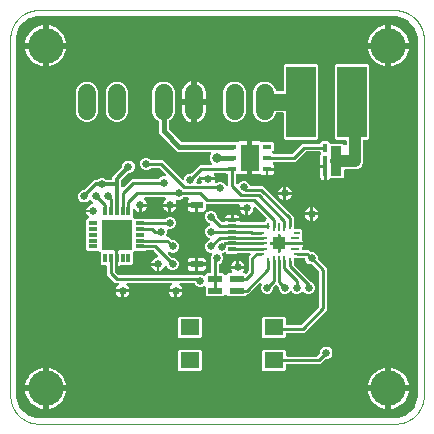
<source format=gtl>
G04 EAGLE Gerber RS-274X export*
G75*
%MOMM*%
%FSLAX35Y35*%
%LPD*%
%INcopper_top*%
%IPPOS*%
%AMOC8*
5,1,8,0,0,1.08239X$1,22.5*%
G01*
%ADD10C,0.000000*%
%ADD11R,1.500000X2.300000*%
%ADD12R,0.710000X0.460000*%
%ADD13R,2.500000X2.500000*%
%ADD14R,0.300000X0.750000*%
%ADD15R,0.750000X0.300000*%
%ADD16R,2.500000X6.000000*%
%ADD17R,0.950000X2.500000*%
%ADD18R,0.300000X1.770000*%
%ADD19R,0.300000X0.650000*%
%ADD20C,1.500000*%
%ADD21R,1.100000X1.100000*%
%ADD22R,0.250000X0.800000*%
%ADD23R,0.800000X0.250000*%
%ADD24R,0.550000X0.250000*%
%ADD25R,0.250000X0.550000*%
%ADD26R,1.200000X0.600000*%
%ADD27R,0.700000X0.300000*%
%ADD28R,1.000000X0.600000*%
%ADD29R,1.600000X1.400000*%
%ADD30C,0.450000*%
%ADD31C,3.000000*%
%ADD32C,0.650000*%
%ADD33C,0.250000*%
%ADD34C,0.350000*%
%ADD35C,0.300000*%
%ADD36C,0.800000*%
%ADD37C,0.500000*%
%ADD38C,1.016000*%
%ADD39C,1.400000*%
%ADD40C,0.254000*%

G36*
X248748Y50051D02*
X248748Y50051D01*
X249009Y50018D01*
X257682Y50474D01*
X259647Y50048D01*
X260322Y50074D01*
X260732Y50000D01*
X3239268Y50000D01*
X3242398Y50399D01*
X3242555Y50461D01*
X3250990Y50018D01*
X3251388Y50047D01*
X3251646Y50000D01*
X3256605Y50000D01*
X3256797Y50025D01*
X3256929Y50004D01*
X3281112Y50632D01*
X3283651Y51023D01*
X3284020Y51053D01*
X3337009Y65239D01*
X3339930Y66433D01*
X3340303Y66712D01*
X3340582Y66829D01*
X3386594Y96695D01*
X3389003Y98733D01*
X3389272Y99113D01*
X3389501Y99311D01*
X3424032Y141933D01*
X3424698Y143010D01*
X3424996Y143375D01*
X3425206Y143831D01*
X3425693Y144617D01*
X3425830Y145060D01*
X3425988Y145319D01*
X3445658Y196527D01*
X3446268Y199019D01*
X3446382Y199375D01*
X3449892Y225997D01*
X3449897Y227063D01*
X3449999Y227631D01*
X3449999Y3270503D01*
X3449801Y3272059D01*
X3449802Y3272719D01*
X3444862Y3300145D01*
X3444091Y3302594D01*
X3444004Y3302956D01*
X3420258Y3357024D01*
X3418634Y3359730D01*
X3418303Y3360057D01*
X3418145Y3360314D01*
X3378853Y3404398D01*
X3376472Y3406471D01*
X3376056Y3406678D01*
X3375826Y3406875D01*
X3324834Y3436660D01*
X3321930Y3437895D01*
X3321469Y3437964D01*
X3321190Y3438079D01*
X3263491Y3450649D01*
X3260933Y3450874D01*
X3260566Y3450933D01*
X3238291Y3450462D01*
X3238199Y3450448D01*
X3238106Y3450457D01*
X3237785Y3450387D01*
X3235182Y3449999D01*
X3228117Y3449999D01*
X3227339Y3449900D01*
X3226873Y3449937D01*
X3220079Y3449258D01*
X3219387Y3449467D01*
X3216275Y3449989D01*
X3215976Y3449963D01*
X3215777Y3449999D01*
X260732Y3449999D01*
X257601Y3449601D01*
X257445Y3449538D01*
X249011Y3449982D01*
X248613Y3449953D01*
X248354Y3449999D01*
X243393Y3449999D01*
X243201Y3449975D01*
X243069Y3449995D01*
X218888Y3449368D01*
X216348Y3448977D01*
X215980Y3448946D01*
X162991Y3434761D01*
X160070Y3433566D01*
X159697Y3433288D01*
X159418Y3433171D01*
X113406Y3403305D01*
X110997Y3401266D01*
X110728Y3400887D01*
X110499Y3400689D01*
X75968Y3358066D01*
X75072Y3356618D01*
X74939Y3356455D01*
X74845Y3356253D01*
X74307Y3355383D01*
X74169Y3354939D01*
X74012Y3354680D01*
X54342Y3303473D01*
X53732Y3300981D01*
X53618Y3300625D01*
X50108Y3274003D01*
X50103Y3272937D01*
X50000Y3272369D01*
X50000Y227631D01*
X50135Y226574D01*
X50108Y225997D01*
X53618Y199375D01*
X54273Y196892D01*
X54342Y196527D01*
X74012Y145319D01*
X74250Y144878D01*
X74375Y144508D01*
X74778Y143896D01*
X75507Y142540D01*
X75823Y142198D01*
X75968Y141933D01*
X110499Y99311D01*
X112779Y97129D01*
X113185Y96902D01*
X113406Y96695D01*
X159418Y66829D01*
X162261Y65458D01*
X162717Y65368D01*
X162991Y65239D01*
X215980Y51053D01*
X218523Y50708D01*
X218888Y50632D01*
X243072Y50004D01*
X243265Y50024D01*
X243396Y50000D01*
X248353Y50000D01*
X248748Y50051D01*
G37*
%LPC*%
G36*
X2142315Y724699D02*
X2142315Y724699D01*
X2130599Y736415D01*
X2130599Y892984D01*
X2142315Y904700D01*
X2318884Y904700D01*
X2330600Y892984D01*
X2330600Y845000D01*
X2330759Y843752D01*
X2330853Y842500D01*
X2330958Y842192D01*
X2330999Y841869D01*
X2331465Y840702D01*
X2331869Y839513D01*
X2332048Y839241D01*
X2332168Y838938D01*
X2332912Y837924D01*
X2333601Y836875D01*
X2333843Y836656D01*
X2334035Y836393D01*
X2335008Y835599D01*
X2335939Y834755D01*
X2336228Y834603D01*
X2336480Y834398D01*
X2337619Y833873D01*
X2338733Y833288D01*
X2338989Y833242D01*
X2339346Y833077D01*
X2342452Y832517D01*
X2342843Y832547D01*
X2343100Y832500D01*
X2456360Y832500D01*
X2457448Y832639D01*
X2458541Y832692D01*
X2459007Y832837D01*
X2459491Y832899D01*
X2460509Y833305D01*
X2461554Y833631D01*
X2461865Y833846D01*
X2462422Y834068D01*
X2464967Y835935D01*
X2465089Y836085D01*
X2465199Y836161D01*
X2613838Y984801D01*
X2614509Y985668D01*
X2615245Y986479D01*
X2615472Y986911D01*
X2615770Y987296D01*
X2616202Y988302D01*
X2616712Y989273D01*
X2616779Y989645D01*
X2617016Y990196D01*
X2617495Y993315D01*
X2617476Y993508D01*
X2617499Y993639D01*
X2617499Y1281360D01*
X2617361Y1282448D01*
X2617308Y1283541D01*
X2617163Y1284007D01*
X2617101Y1284491D01*
X2616695Y1285509D01*
X2616369Y1286554D01*
X2616154Y1286865D01*
X2615931Y1287422D01*
X2614065Y1289967D01*
X2613915Y1290089D01*
X2613838Y1290199D01*
X2560199Y1343838D01*
X2559332Y1344509D01*
X2558521Y1345245D01*
X2558089Y1345472D01*
X2557703Y1345770D01*
X2556698Y1346202D01*
X2555727Y1346712D01*
X2555354Y1346779D01*
X2554803Y1347016D01*
X2551684Y1347495D01*
X2551491Y1347476D01*
X2551360Y1347499D01*
X2539557Y1347499D01*
X2520261Y1355492D01*
X2505492Y1370261D01*
X2497499Y1389557D01*
X2497499Y1390000D01*
X2497341Y1391248D01*
X2497247Y1392499D01*
X2497142Y1392808D01*
X2497101Y1393131D01*
X2496635Y1394298D01*
X2496231Y1395487D01*
X2496052Y1395759D01*
X2495931Y1396062D01*
X2495189Y1397074D01*
X2494498Y1398125D01*
X2494257Y1398344D01*
X2494065Y1398606D01*
X2493092Y1399400D01*
X2492161Y1400245D01*
X2491872Y1400397D01*
X2491620Y1400602D01*
X2490481Y1401127D01*
X2489367Y1401712D01*
X2489110Y1401758D01*
X2488753Y1401923D01*
X2485648Y1402483D01*
X2485256Y1402453D01*
X2485000Y1402499D01*
X2410000Y1402499D01*
X2408752Y1402341D01*
X2407500Y1402247D01*
X2407192Y1402142D01*
X2406869Y1402101D01*
X2405702Y1401635D01*
X2404513Y1401231D01*
X2404241Y1401052D01*
X2403938Y1400931D01*
X2402924Y1400188D01*
X2401875Y1399498D01*
X2401656Y1399257D01*
X2401393Y1399065D01*
X2400599Y1398092D01*
X2399755Y1397161D01*
X2399603Y1396872D01*
X2399398Y1396620D01*
X2398873Y1395481D01*
X2398288Y1394367D01*
X2398242Y1394110D01*
X2398077Y1393753D01*
X2397517Y1390648D01*
X2397547Y1390256D01*
X2397500Y1390000D01*
X2397500Y1353639D01*
X2397639Y1352552D01*
X2397692Y1351458D01*
X2397837Y1350993D01*
X2397899Y1350509D01*
X2398305Y1349491D01*
X2398631Y1348445D01*
X2398846Y1348135D01*
X2399068Y1347578D01*
X2400935Y1345033D01*
X2401085Y1344911D01*
X2401161Y1344801D01*
X2547374Y1198588D01*
X2547553Y1198449D01*
X2547697Y1198277D01*
X2548163Y1197977D01*
X2549869Y1196656D01*
X2550924Y1196203D01*
X2551430Y1195878D01*
X2554739Y1194508D01*
X2569508Y1179739D01*
X2577500Y1160443D01*
X2577500Y1139557D01*
X2569508Y1120261D01*
X2554739Y1105492D01*
X2535443Y1097499D01*
X2514557Y1097499D01*
X2495261Y1105492D01*
X2483838Y1116915D01*
X2482846Y1117683D01*
X2481893Y1118503D01*
X2481600Y1118648D01*
X2481343Y1118847D01*
X2480190Y1119342D01*
X2479061Y1119898D01*
X2478742Y1119964D01*
X2478443Y1120092D01*
X2477202Y1120283D01*
X2475971Y1120538D01*
X2475647Y1120522D01*
X2475324Y1120572D01*
X2474070Y1120445D01*
X2472819Y1120384D01*
X2472509Y1120287D01*
X2472184Y1120254D01*
X2471004Y1119818D01*
X2469806Y1119445D01*
X2469593Y1119297D01*
X2469224Y1119161D01*
X2466632Y1117361D01*
X2466375Y1117063D01*
X2466162Y1116915D01*
X2454739Y1105492D01*
X2435443Y1097499D01*
X2414557Y1097499D01*
X2395261Y1105492D01*
X2383838Y1116915D01*
X2382846Y1117683D01*
X2381893Y1118503D01*
X2381600Y1118648D01*
X2381343Y1118847D01*
X2380190Y1119342D01*
X2379061Y1119898D01*
X2378742Y1119964D01*
X2378443Y1120092D01*
X2377202Y1120283D01*
X2375971Y1120538D01*
X2375647Y1120522D01*
X2375324Y1120572D01*
X2374070Y1120445D01*
X2372819Y1120384D01*
X2372509Y1120287D01*
X2372184Y1120254D01*
X2371004Y1119818D01*
X2369806Y1119445D01*
X2369593Y1119297D01*
X2369224Y1119161D01*
X2366632Y1117361D01*
X2366375Y1117063D01*
X2366162Y1116915D01*
X2354739Y1105492D01*
X2335443Y1097499D01*
X2314557Y1097499D01*
X2295261Y1105492D01*
X2280492Y1120261D01*
X2272499Y1139557D01*
X2272499Y1151360D01*
X2272361Y1152445D01*
X2272308Y1153541D01*
X2272163Y1154008D01*
X2272101Y1154491D01*
X2271695Y1155509D01*
X2271369Y1156554D01*
X2271154Y1156864D01*
X2270931Y1157422D01*
X2269065Y1159967D01*
X2268914Y1160090D01*
X2268838Y1160198D01*
X2258838Y1170199D01*
X2257848Y1170966D01*
X2256893Y1171788D01*
X2256600Y1171932D01*
X2256343Y1172131D01*
X2255190Y1172626D01*
X2254061Y1173182D01*
X2253742Y1173248D01*
X2253443Y1173376D01*
X2252202Y1173567D01*
X2250971Y1173822D01*
X2250647Y1173806D01*
X2250324Y1173856D01*
X2249070Y1173729D01*
X2247819Y1173668D01*
X2247509Y1173572D01*
X2247184Y1173539D01*
X2246004Y1173103D01*
X2244806Y1172730D01*
X2244593Y1172582D01*
X2244224Y1172445D01*
X2241632Y1170645D01*
X2241375Y1170347D01*
X2241162Y1170199D01*
X2231161Y1160199D01*
X2230490Y1159332D01*
X2229755Y1158521D01*
X2229528Y1158089D01*
X2229229Y1157703D01*
X2228798Y1156698D01*
X2228288Y1155727D01*
X2228221Y1155354D01*
X2227984Y1154803D01*
X2227504Y1151684D01*
X2227524Y1151491D01*
X2227500Y1151360D01*
X2227500Y1139557D01*
X2219508Y1120261D01*
X2204739Y1105492D01*
X2185443Y1097499D01*
X2164557Y1097499D01*
X2145261Y1105492D01*
X2130492Y1120261D01*
X2122499Y1139557D01*
X2122499Y1160443D01*
X2127510Y1172540D01*
X2127697Y1173227D01*
X2127978Y1173880D01*
X2128110Y1174742D01*
X2128340Y1175584D01*
X2128349Y1176295D01*
X2128458Y1176999D01*
X2128370Y1177869D01*
X2128381Y1178740D01*
X2128212Y1179430D01*
X2128140Y1180139D01*
X2127838Y1180958D01*
X2127630Y1181805D01*
X2127293Y1182432D01*
X2127047Y1183099D01*
X2126549Y1183817D01*
X2126136Y1184585D01*
X2125653Y1185107D01*
X2125247Y1185692D01*
X2124584Y1186262D01*
X2123993Y1186902D01*
X2123395Y1187285D01*
X2122855Y1187750D01*
X2122070Y1188137D01*
X2121338Y1188608D01*
X2120663Y1188830D01*
X2120023Y1189144D01*
X2119169Y1189322D01*
X2118340Y1189594D01*
X2117629Y1189641D01*
X2116933Y1189785D01*
X2116063Y1189742D01*
X2115191Y1189799D01*
X2114491Y1189665D01*
X2113781Y1189631D01*
X2112949Y1189372D01*
X2112091Y1189208D01*
X2111447Y1188904D01*
X2110768Y1188692D01*
X2110275Y1188350D01*
X2109238Y1187859D01*
X2107581Y1186479D01*
X2107124Y1186162D01*
X2015462Y1094499D01*
X2005962Y1094499D01*
X2004874Y1094361D01*
X2003781Y1094308D01*
X2003315Y1094163D01*
X2002831Y1094101D01*
X2001813Y1093695D01*
X2000768Y1093369D01*
X2000457Y1093154D01*
X1999900Y1092931D01*
X1997355Y1091065D01*
X1997233Y1090915D01*
X1997123Y1090838D01*
X1983284Y1076999D01*
X1846715Y1076999D01*
X1833838Y1089877D01*
X1832846Y1090645D01*
X1831893Y1091465D01*
X1831600Y1091609D01*
X1831343Y1091808D01*
X1830190Y1092304D01*
X1829061Y1092859D01*
X1828742Y1092926D01*
X1828443Y1093054D01*
X1827202Y1093245D01*
X1825971Y1093500D01*
X1825647Y1093484D01*
X1825324Y1093533D01*
X1824070Y1093407D01*
X1822819Y1093346D01*
X1822509Y1093249D01*
X1822184Y1093216D01*
X1821004Y1092780D01*
X1819806Y1092407D01*
X1819593Y1092259D01*
X1819224Y1092123D01*
X1816632Y1090323D01*
X1816375Y1090025D01*
X1816162Y1089877D01*
X1803284Y1076999D01*
X1666715Y1076999D01*
X1654999Y1088715D01*
X1654999Y1152206D01*
X1654930Y1152752D01*
X1654951Y1153301D01*
X1654732Y1154311D01*
X1654601Y1155337D01*
X1654397Y1155847D01*
X1654280Y1156384D01*
X1653814Y1157307D01*
X1653431Y1158268D01*
X1653106Y1158711D01*
X1652858Y1159202D01*
X1652176Y1159978D01*
X1651565Y1160812D01*
X1651139Y1161160D01*
X1650776Y1161573D01*
X1649920Y1162155D01*
X1649120Y1162808D01*
X1648622Y1163038D01*
X1648166Y1163348D01*
X1647192Y1163696D01*
X1646253Y1164128D01*
X1645712Y1164226D01*
X1645195Y1164411D01*
X1644166Y1164505D01*
X1643148Y1164688D01*
X1642599Y1164648D01*
X1642052Y1164697D01*
X1641416Y1164559D01*
X1640001Y1164453D01*
X1638352Y1163892D01*
X1637717Y1163754D01*
X1618905Y1155962D01*
X1598019Y1155962D01*
X1578723Y1163954D01*
X1563955Y1178723D01*
X1561444Y1184783D01*
X1561252Y1185121D01*
X1561127Y1185487D01*
X1560471Y1186486D01*
X1559878Y1187523D01*
X1559608Y1187800D01*
X1559395Y1188125D01*
X1558508Y1188929D01*
X1557676Y1189783D01*
X1557344Y1189984D01*
X1557057Y1190245D01*
X1555999Y1190801D01*
X1554978Y1191420D01*
X1554606Y1191532D01*
X1554263Y1191712D01*
X1553623Y1191827D01*
X1551955Y1192329D01*
X1550537Y1192384D01*
X1549896Y1192499D01*
X1444403Y1192499D01*
X1443347Y1192365D01*
X1442281Y1192318D01*
X1441785Y1192166D01*
X1441272Y1192101D01*
X1440283Y1191706D01*
X1439264Y1191394D01*
X1438822Y1191123D01*
X1438341Y1190931D01*
X1437482Y1190301D01*
X1436574Y1189744D01*
X1436214Y1189371D01*
X1435797Y1189065D01*
X1435123Y1188239D01*
X1434383Y1187472D01*
X1434128Y1187021D01*
X1433801Y1186620D01*
X1433355Y1185653D01*
X1432831Y1184724D01*
X1432697Y1184223D01*
X1432480Y1183753D01*
X1432291Y1182706D01*
X1432016Y1181676D01*
X1432012Y1181157D01*
X1431920Y1180648D01*
X1432000Y1179588D01*
X1431991Y1178520D01*
X1432117Y1178016D01*
X1432156Y1177501D01*
X1432499Y1176493D01*
X1432758Y1175458D01*
X1433005Y1175004D01*
X1433172Y1174513D01*
X1433758Y1173621D01*
X1434267Y1172687D01*
X1434553Y1172411D01*
X1434904Y1171875D01*
X1436036Y1170849D01*
X1436039Y1170845D01*
X1444974Y1161909D01*
X1451311Y1152425D01*
X1455675Y1141889D01*
X1456548Y1137501D01*
X1400003Y1137501D01*
X1399999Y1137500D01*
X1399997Y1137501D01*
X1343451Y1137501D01*
X1344324Y1141889D01*
X1348688Y1152425D01*
X1355025Y1161909D01*
X1363633Y1170517D01*
X1364203Y1170935D01*
X1364531Y1171336D01*
X1364919Y1171674D01*
X1365524Y1172553D01*
X1366199Y1173380D01*
X1366415Y1173848D01*
X1366708Y1174274D01*
X1367073Y1175278D01*
X1367520Y1176247D01*
X1367611Y1176754D01*
X1367788Y1177239D01*
X1367890Y1178301D01*
X1368080Y1179352D01*
X1368041Y1179867D01*
X1368091Y1180381D01*
X1367924Y1181434D01*
X1367844Y1182499D01*
X1367678Y1182988D01*
X1367597Y1183498D01*
X1367172Y1184476D01*
X1366828Y1185487D01*
X1366545Y1185918D01*
X1366339Y1186392D01*
X1365682Y1187232D01*
X1365096Y1188125D01*
X1364713Y1188472D01*
X1364396Y1188878D01*
X1363548Y1189528D01*
X1362758Y1190245D01*
X1362302Y1190484D01*
X1361892Y1190799D01*
X1360908Y1191217D01*
X1359964Y1191712D01*
X1359573Y1191782D01*
X1358986Y1192031D01*
X1355865Y1192497D01*
X1355706Y1192480D01*
X1355597Y1192499D01*
X994403Y1192499D01*
X993345Y1192365D01*
X992277Y1192318D01*
X991783Y1192166D01*
X991272Y1192101D01*
X990281Y1191706D01*
X989260Y1191393D01*
X988820Y1191123D01*
X988341Y1190931D01*
X987480Y1190300D01*
X986570Y1189741D01*
X986213Y1189370D01*
X985796Y1189065D01*
X985121Y1188237D01*
X984380Y1187469D01*
X984127Y1187020D01*
X983800Y1186620D01*
X983354Y1185650D01*
X982829Y1184721D01*
X982696Y1184223D01*
X982480Y1183753D01*
X982291Y1182704D01*
X982015Y1181672D01*
X982012Y1181155D01*
X981920Y1180648D01*
X982000Y1179585D01*
X981992Y1178516D01*
X982117Y1178015D01*
X982156Y1177501D01*
X982499Y1176491D01*
X982759Y1175455D01*
X983006Y1175001D01*
X983172Y1174513D01*
X983758Y1173621D01*
X984268Y1172683D01*
X984554Y1172408D01*
X984904Y1171875D01*
X986036Y1170848D01*
X986039Y1170845D01*
X994974Y1161909D01*
X1001311Y1152425D01*
X1005675Y1141889D01*
X1006548Y1137501D01*
X950003Y1137501D01*
X949999Y1137500D01*
X949997Y1137501D01*
X893451Y1137501D01*
X894324Y1141889D01*
X898688Y1152425D01*
X905025Y1161909D01*
X913633Y1170517D01*
X914203Y1170935D01*
X914531Y1171336D01*
X914919Y1171674D01*
X915524Y1172553D01*
X916199Y1173380D01*
X916415Y1173848D01*
X916708Y1174274D01*
X917073Y1175278D01*
X917520Y1176247D01*
X917611Y1176754D01*
X917788Y1177239D01*
X917890Y1178301D01*
X918080Y1179352D01*
X918041Y1179867D01*
X918091Y1180381D01*
X917924Y1181434D01*
X917844Y1182499D01*
X917678Y1182988D01*
X917597Y1183498D01*
X917172Y1184476D01*
X916828Y1185487D01*
X916545Y1185918D01*
X916339Y1186392D01*
X915682Y1187232D01*
X915096Y1188125D01*
X914713Y1188472D01*
X914396Y1188878D01*
X913548Y1189528D01*
X912758Y1190245D01*
X912302Y1190484D01*
X911892Y1190799D01*
X910908Y1191217D01*
X909964Y1191712D01*
X909573Y1191782D01*
X908986Y1192031D01*
X905865Y1192497D01*
X905706Y1192480D01*
X905597Y1192499D01*
X886538Y1192499D01*
X817499Y1261538D01*
X817499Y1330000D01*
X817341Y1331247D01*
X817247Y1332499D01*
X817142Y1332808D01*
X817101Y1333131D01*
X816635Y1334298D01*
X816231Y1335487D01*
X816052Y1335759D01*
X815931Y1336062D01*
X815188Y1337075D01*
X814498Y1338125D01*
X814257Y1338344D01*
X814065Y1338606D01*
X813092Y1339400D01*
X812161Y1340245D01*
X811872Y1340397D01*
X811620Y1340602D01*
X810481Y1341127D01*
X809367Y1341712D01*
X809110Y1341758D01*
X808753Y1341923D01*
X805648Y1342483D01*
X805256Y1342453D01*
X805000Y1342499D01*
X776715Y1342499D01*
X764999Y1354215D01*
X764999Y1444228D01*
X764854Y1445368D01*
X764788Y1446518D01*
X764655Y1446930D01*
X764601Y1447358D01*
X764175Y1448425D01*
X763823Y1449523D01*
X763591Y1449889D01*
X763431Y1450289D01*
X762751Y1451216D01*
X762135Y1452190D01*
X761877Y1452408D01*
X761565Y1452834D01*
X759820Y1454258D01*
X754248Y1459831D01*
X753726Y1460625D01*
X753406Y1460915D01*
X753144Y1461259D01*
X752240Y1461973D01*
X751388Y1462745D01*
X751006Y1462946D01*
X750666Y1463213D01*
X749613Y1463677D01*
X748594Y1464212D01*
X748261Y1464272D01*
X747778Y1464485D01*
X744663Y1464992D01*
X744402Y1464968D01*
X744228Y1464999D01*
X654215Y1464999D01*
X642499Y1476715D01*
X642499Y1723284D01*
X654400Y1735185D01*
X655756Y1735322D01*
X655909Y1735378D01*
X656070Y1735399D01*
X657386Y1735924D01*
X658716Y1736415D01*
X658850Y1736508D01*
X659001Y1736568D01*
X660146Y1737408D01*
X661308Y1738215D01*
X661415Y1738339D01*
X661546Y1738435D01*
X662442Y1739532D01*
X663367Y1740607D01*
X663439Y1740754D01*
X663542Y1740880D01*
X664131Y1742159D01*
X664761Y1743438D01*
X664794Y1743598D01*
X664862Y1743746D01*
X665113Y1745140D01*
X665401Y1746529D01*
X665393Y1746692D01*
X665422Y1746852D01*
X665316Y1748265D01*
X665247Y1749681D01*
X665199Y1749837D01*
X665187Y1749999D01*
X664731Y1751338D01*
X664309Y1752694D01*
X664233Y1752804D01*
X664170Y1752987D01*
X662438Y1755625D01*
X661993Y1756028D01*
X661778Y1756338D01*
X655026Y1763090D01*
X648688Y1772574D01*
X644324Y1783111D01*
X643452Y1787499D01*
X699997Y1787499D01*
X701244Y1787658D01*
X702496Y1787751D01*
X702804Y1787856D01*
X703127Y1787897D01*
X704295Y1788363D01*
X705483Y1788768D01*
X705755Y1788946D01*
X706058Y1789067D01*
X707072Y1789810D01*
X708122Y1790500D01*
X708340Y1790741D01*
X708603Y1790933D01*
X709397Y1791906D01*
X710242Y1792838D01*
X710393Y1793127D01*
X710599Y1793378D01*
X711123Y1794517D01*
X711708Y1795632D01*
X711755Y1795888D01*
X711919Y1796245D01*
X712479Y1799350D01*
X712479Y1799353D01*
X712450Y1799743D01*
X712496Y1799998D01*
X712496Y1800001D01*
X712337Y1801249D01*
X712243Y1802501D01*
X712139Y1802809D01*
X712098Y1803132D01*
X711632Y1804299D01*
X711227Y1805488D01*
X711049Y1805760D01*
X710928Y1806063D01*
X710184Y1807077D01*
X709495Y1808126D01*
X709254Y1808345D01*
X709061Y1808608D01*
X708089Y1809402D01*
X707157Y1810246D01*
X706868Y1810398D01*
X706617Y1810603D01*
X705478Y1811128D01*
X704363Y1811713D01*
X704107Y1811759D01*
X703750Y1811924D01*
X700644Y1812484D01*
X700253Y1812454D01*
X699997Y1812501D01*
X643451Y1812501D01*
X644324Y1816889D01*
X648688Y1827425D01*
X655025Y1836909D01*
X663091Y1844974D01*
X672574Y1851311D01*
X683109Y1855675D01*
X691382Y1857320D01*
X692395Y1857659D01*
X693428Y1857913D01*
X693883Y1858157D01*
X694375Y1858322D01*
X695270Y1858903D01*
X696207Y1859408D01*
X696587Y1859759D01*
X697021Y1860041D01*
X697742Y1860828D01*
X698523Y1861551D01*
X698803Y1861986D01*
X699153Y1862368D01*
X699653Y1863310D01*
X700229Y1864206D01*
X700391Y1864698D01*
X700633Y1865155D01*
X700882Y1866191D01*
X701215Y1867204D01*
X701248Y1867721D01*
X701369Y1868224D01*
X701350Y1869290D01*
X701419Y1870353D01*
X701322Y1870862D01*
X701313Y1871379D01*
X701028Y1872405D01*
X700828Y1873453D01*
X700606Y1873922D01*
X700468Y1874420D01*
X699935Y1875341D01*
X699478Y1876307D01*
X699147Y1876705D01*
X698888Y1877152D01*
X698141Y1877912D01*
X697458Y1878731D01*
X697123Y1878946D01*
X696674Y1879402D01*
X695867Y1879886D01*
X683838Y1891915D01*
X682846Y1892683D01*
X681893Y1893503D01*
X681600Y1893648D01*
X681343Y1893847D01*
X680190Y1894342D01*
X679061Y1894898D01*
X678742Y1894964D01*
X678443Y1895092D01*
X677202Y1895283D01*
X675971Y1895538D01*
X675647Y1895522D01*
X675324Y1895572D01*
X674070Y1895445D01*
X672819Y1895384D01*
X672509Y1895287D01*
X672184Y1895254D01*
X671004Y1894818D01*
X669806Y1894445D01*
X669593Y1894297D01*
X669224Y1894161D01*
X666632Y1892361D01*
X666375Y1892063D01*
X666162Y1891915D01*
X654739Y1880492D01*
X635443Y1872499D01*
X614557Y1872499D01*
X595261Y1880492D01*
X580492Y1895261D01*
X572499Y1914557D01*
X572499Y1935443D01*
X580492Y1954739D01*
X595261Y1969508D01*
X614557Y1977500D01*
X622825Y1977500D01*
X623913Y1977639D01*
X625006Y1977692D01*
X625471Y1977837D01*
X625955Y1977899D01*
X626973Y1978305D01*
X628019Y1978631D01*
X628329Y1978846D01*
X628886Y1979068D01*
X631431Y1980935D01*
X631553Y1981085D01*
X631663Y1981161D01*
X710502Y2060000D01*
X730576Y2060000D01*
X731664Y2060139D01*
X732757Y2060192D01*
X733222Y2060337D01*
X733707Y2060399D01*
X734725Y2060805D01*
X735770Y2061131D01*
X736080Y2061346D01*
X736638Y2061568D01*
X739182Y2063435D01*
X739305Y2063585D01*
X739414Y2063661D01*
X745261Y2069508D01*
X764557Y2077500D01*
X785443Y2077500D01*
X804739Y2069508D01*
X810585Y2063661D01*
X811452Y2062990D01*
X812263Y2062255D01*
X812695Y2062028D01*
X813081Y2061729D01*
X814086Y2061298D01*
X815057Y2060788D01*
X815430Y2060721D01*
X815981Y2060484D01*
X819100Y2060004D01*
X819293Y2060024D01*
X819424Y2060000D01*
X850000Y2060000D01*
X851248Y2060159D01*
X852499Y2060253D01*
X852808Y2060358D01*
X853131Y2060399D01*
X854298Y2060865D01*
X855487Y2061269D01*
X855759Y2061448D01*
X856062Y2061568D01*
X857075Y2062312D01*
X858125Y2063001D01*
X858344Y2063243D01*
X858606Y2063435D01*
X859400Y2064408D01*
X860245Y2065339D01*
X860397Y2065628D01*
X860602Y2065880D01*
X861127Y2067019D01*
X861712Y2068133D01*
X861758Y2068389D01*
X861923Y2068746D01*
X862483Y2071852D01*
X862453Y2072243D01*
X862499Y2072500D01*
X862499Y2090533D01*
X943838Y2171872D01*
X944509Y2172739D01*
X945245Y2173550D01*
X945472Y2173982D01*
X945770Y2174368D01*
X946202Y2175373D01*
X946712Y2176344D01*
X946779Y2176717D01*
X947016Y2177268D01*
X947495Y2180387D01*
X947476Y2180580D01*
X947499Y2180711D01*
X947499Y2185443D01*
X955492Y2204739D01*
X970261Y2219508D01*
X989557Y2227500D01*
X1010443Y2227500D01*
X1029739Y2219508D01*
X1044508Y2204739D01*
X1052500Y2185443D01*
X1052500Y2164557D01*
X1044508Y2145261D01*
X1029739Y2130492D01*
X1010443Y2122499D01*
X1005711Y2122499D01*
X1004623Y2122361D01*
X1003530Y2122308D01*
X1003064Y2122163D01*
X1002580Y2122101D01*
X1001562Y2121695D01*
X1000517Y2121369D01*
X1000206Y2121154D01*
X999649Y2120931D01*
X997104Y2119065D01*
X996982Y2118915D01*
X996872Y2118838D01*
X941161Y2063128D01*
X940490Y2062261D01*
X939755Y2061450D01*
X939528Y2061018D01*
X939229Y2060632D01*
X938798Y2059627D01*
X938288Y2058656D01*
X938221Y2058283D01*
X937984Y2057732D01*
X937504Y2054613D01*
X937524Y2054420D01*
X937500Y2054289D01*
X937500Y2013639D01*
X937679Y2012237D01*
X937822Y2010823D01*
X937878Y2010669D01*
X937899Y2010508D01*
X938423Y2009194D01*
X938915Y2007863D01*
X939008Y2007728D01*
X939068Y2007577D01*
X939906Y2006435D01*
X940715Y2005270D01*
X940838Y2005164D01*
X940935Y2005033D01*
X942033Y2004137D01*
X943107Y2003212D01*
X943254Y2003139D01*
X943380Y2003037D01*
X944664Y2002445D01*
X945938Y2001818D01*
X946098Y2001784D01*
X946246Y2001716D01*
X947639Y2001465D01*
X949028Y2001177D01*
X949192Y2001185D01*
X949352Y2001156D01*
X950766Y2001262D01*
X952181Y2001331D01*
X952336Y2001380D01*
X952499Y2001392D01*
X953842Y2001848D01*
X955194Y2002270D01*
X955303Y2002346D01*
X955487Y2002408D01*
X958125Y2004140D01*
X958528Y2004585D01*
X958838Y2004800D01*
X1003838Y2049801D01*
X1026538Y2072500D01*
X1253076Y2072500D01*
X1254164Y2072639D01*
X1255257Y2072692D01*
X1255722Y2072837D01*
X1256207Y2072899D01*
X1257225Y2073305D01*
X1258270Y2073631D01*
X1258580Y2073846D01*
X1259138Y2074068D01*
X1261682Y2075935D01*
X1261805Y2076085D01*
X1261914Y2076161D01*
X1270261Y2084508D01*
X1289557Y2092500D01*
X1304437Y2092500D01*
X1305838Y2092679D01*
X1307253Y2092822D01*
X1307406Y2092878D01*
X1307567Y2092899D01*
X1308881Y2093423D01*
X1310213Y2093915D01*
X1310347Y2094008D01*
X1310498Y2094068D01*
X1311640Y2094906D01*
X1312805Y2095715D01*
X1312911Y2095838D01*
X1313043Y2095935D01*
X1313939Y2097033D01*
X1314864Y2098107D01*
X1314936Y2098254D01*
X1315039Y2098380D01*
X1315630Y2099664D01*
X1316258Y2100938D01*
X1316291Y2101098D01*
X1316359Y2101246D01*
X1316610Y2102639D01*
X1316898Y2104028D01*
X1316890Y2104192D01*
X1316919Y2104352D01*
X1316813Y2105766D01*
X1316744Y2107181D01*
X1316696Y2107336D01*
X1316683Y2107499D01*
X1316227Y2108842D01*
X1315806Y2110194D01*
X1315729Y2110303D01*
X1315667Y2110487D01*
X1313935Y2113125D01*
X1313491Y2113528D01*
X1313275Y2113838D01*
X1263274Y2163838D01*
X1262408Y2164509D01*
X1261597Y2165245D01*
X1261164Y2165472D01*
X1260779Y2165770D01*
X1259774Y2166202D01*
X1258803Y2166712D01*
X1258430Y2166779D01*
X1257879Y2167016D01*
X1254760Y2167495D01*
X1254567Y2167476D01*
X1254436Y2167499D01*
X1196924Y2167499D01*
X1195836Y2167361D01*
X1194743Y2167308D01*
X1194278Y2167163D01*
X1193793Y2167101D01*
X1192775Y2166695D01*
X1191730Y2166369D01*
X1191419Y2166154D01*
X1190862Y2165931D01*
X1188318Y2164065D01*
X1188195Y2163915D01*
X1188085Y2163838D01*
X1179739Y2155492D01*
X1160443Y2147499D01*
X1139557Y2147499D01*
X1120261Y2155492D01*
X1105492Y2170261D01*
X1097499Y2189557D01*
X1097499Y2210443D01*
X1105492Y2229739D01*
X1120261Y2244508D01*
X1139557Y2252500D01*
X1160443Y2252500D01*
X1179739Y2244508D01*
X1188085Y2236161D01*
X1188952Y2235490D01*
X1189763Y2234755D01*
X1190195Y2234528D01*
X1190581Y2234229D01*
X1191586Y2233798D01*
X1192557Y2233288D01*
X1192930Y2233221D01*
X1193481Y2232984D01*
X1196600Y2232504D01*
X1196793Y2232524D01*
X1196924Y2232500D01*
X1286538Y2232500D01*
X1451162Y2067876D01*
X1452285Y2067006D01*
X1453380Y2066112D01*
X1453528Y2066044D01*
X1453657Y2065944D01*
X1454959Y2065385D01*
X1456247Y2064792D01*
X1456408Y2064763D01*
X1456557Y2064699D01*
X1457958Y2064483D01*
X1459352Y2064232D01*
X1459514Y2064244D01*
X1459676Y2064219D01*
X1461093Y2064362D01*
X1462499Y2064468D01*
X1462653Y2064520D01*
X1462816Y2064536D01*
X1464148Y2065028D01*
X1465487Y2065484D01*
X1465623Y2065573D01*
X1465776Y2065630D01*
X1466942Y2066439D01*
X1468125Y2067216D01*
X1468234Y2067337D01*
X1468368Y2067430D01*
X1469294Y2068506D01*
X1470245Y2069554D01*
X1470321Y2069698D01*
X1470427Y2069822D01*
X1471054Y2071095D01*
X1471712Y2072348D01*
X1471736Y2072479D01*
X1471821Y2072653D01*
X1472299Y2074960D01*
X1480492Y2094739D01*
X1495261Y2109508D01*
X1514557Y2117500D01*
X1526360Y2117500D01*
X1527448Y2117639D01*
X1528541Y2117692D01*
X1529007Y2117837D01*
X1529491Y2117899D01*
X1530509Y2118305D01*
X1531554Y2118631D01*
X1531865Y2118846D01*
X1532422Y2119068D01*
X1534967Y2120935D01*
X1535089Y2121085D01*
X1535199Y2121161D01*
X1602538Y2188500D01*
X1696470Y2188500D01*
X1697870Y2188678D01*
X1699286Y2188822D01*
X1699440Y2188878D01*
X1699601Y2188899D01*
X1700917Y2189424D01*
X1702247Y2189915D01*
X1702380Y2190008D01*
X1702532Y2190068D01*
X1703676Y2190908D01*
X1704839Y2191715D01*
X1704945Y2191839D01*
X1705076Y2191935D01*
X1705972Y2193032D01*
X1706897Y2194107D01*
X1706969Y2194254D01*
X1707072Y2194380D01*
X1707664Y2195664D01*
X1708291Y2196938D01*
X1708324Y2197098D01*
X1708393Y2197246D01*
X1708644Y2198640D01*
X1708932Y2200029D01*
X1708924Y2200192D01*
X1708953Y2200352D01*
X1708847Y2201765D01*
X1708778Y2203181D01*
X1708729Y2203337D01*
X1708717Y2203499D01*
X1708261Y2204838D01*
X1707839Y2206194D01*
X1707763Y2206304D01*
X1707701Y2206487D01*
X1705968Y2209125D01*
X1705523Y2209528D01*
X1705308Y2209838D01*
X1699134Y2216012D01*
X1689999Y2238065D01*
X1689999Y2261935D01*
X1699229Y2284217D01*
X1699374Y2284747D01*
X1699604Y2285247D01*
X1699787Y2286264D01*
X1700059Y2287261D01*
X1700066Y2287811D01*
X1700164Y2288352D01*
X1700087Y2289383D01*
X1700100Y2290417D01*
X1699969Y2290951D01*
X1699928Y2291499D01*
X1699595Y2292478D01*
X1699349Y2293482D01*
X1699089Y2293967D01*
X1698912Y2294487D01*
X1698344Y2295351D01*
X1697855Y2296262D01*
X1697482Y2296665D01*
X1697180Y2297125D01*
X1696414Y2297819D01*
X1695712Y2298578D01*
X1695249Y2298876D01*
X1694842Y2299245D01*
X1693927Y2299725D01*
X1693057Y2300284D01*
X1692535Y2300456D01*
X1692048Y2300712D01*
X1691408Y2300828D01*
X1690059Y2301271D01*
X1688321Y2301384D01*
X1687681Y2301499D01*
X1411396Y2301499D01*
X1382839Y2330056D01*
X1382838Y2330057D01*
X1284057Y2428838D01*
X1284056Y2428839D01*
X1255499Y2457396D01*
X1255499Y2556425D01*
X1255451Y2556809D01*
X1255476Y2557197D01*
X1255252Y2558372D01*
X1255101Y2559555D01*
X1254958Y2559915D01*
X1254885Y2560297D01*
X1254374Y2561377D01*
X1253931Y2562486D01*
X1253702Y2562799D01*
X1253536Y2563150D01*
X1252772Y2564067D01*
X1252065Y2565031D01*
X1251764Y2565276D01*
X1251516Y2565574D01*
X1250967Y2565927D01*
X1249620Y2567027D01*
X1248332Y2567620D01*
X1247783Y2567973D01*
X1244186Y2569463D01*
X1217462Y2596187D01*
X1202999Y2631103D01*
X1202999Y2818897D01*
X1217462Y2853813D01*
X1244187Y2880538D01*
X1279103Y2895000D01*
X1316897Y2895000D01*
X1351813Y2880538D01*
X1378538Y2853813D01*
X1393000Y2818897D01*
X1393000Y2631103D01*
X1378538Y2596187D01*
X1351814Y2569463D01*
X1348217Y2567973D01*
X1347879Y2567780D01*
X1347513Y2567655D01*
X1346514Y2566999D01*
X1345477Y2566407D01*
X1345200Y2566137D01*
X1344875Y2565923D01*
X1344071Y2565037D01*
X1343217Y2564204D01*
X1343016Y2563873D01*
X1342755Y2563585D01*
X1342199Y2562527D01*
X1341580Y2561506D01*
X1341468Y2561134D01*
X1341288Y2560791D01*
X1341173Y2560152D01*
X1340671Y2558484D01*
X1340616Y2557065D01*
X1340500Y2556425D01*
X1340500Y2497781D01*
X1340639Y2496693D01*
X1340692Y2495600D01*
X1340837Y2495135D01*
X1340899Y2494651D01*
X1341305Y2493633D01*
X1341631Y2492587D01*
X1341846Y2492277D01*
X1342068Y2491720D01*
X1343935Y2489175D01*
X1344085Y2489053D01*
X1344161Y2488943D01*
X1442943Y2390161D01*
X1443809Y2389490D01*
X1444621Y2388755D01*
X1445053Y2388528D01*
X1445438Y2388229D01*
X1446444Y2387798D01*
X1447415Y2387288D01*
X1447787Y2387221D01*
X1448338Y2386984D01*
X1451457Y2386504D01*
X1451650Y2386524D01*
X1451781Y2386500D01*
X1827538Y2386500D01*
X1828626Y2386639D01*
X1829719Y2386692D01*
X1830184Y2386837D01*
X1830668Y2386899D01*
X1830923Y2387000D01*
X1920998Y2387000D01*
X1921906Y2386206D01*
X1922245Y2386035D01*
X1922544Y2385803D01*
X1923648Y2385329D01*
X1924725Y2384788D01*
X1925096Y2384707D01*
X1925444Y2384558D01*
X1926634Y2384375D01*
X1927810Y2384121D01*
X1928188Y2384136D01*
X1928563Y2384078D01*
X1929761Y2384199D01*
X1930963Y2384248D01*
X1931245Y2384349D01*
X1931703Y2384395D01*
X1934663Y2385488D01*
X1934932Y2385675D01*
X1935138Y2385749D01*
X1940196Y2388669D01*
X1946655Y2390400D01*
X2000001Y2390400D01*
X2000001Y2262501D01*
X2000160Y2261253D01*
X2000253Y2260002D01*
X2000358Y2259693D01*
X2000399Y2259370D01*
X2000865Y2258203D01*
X2001270Y2257014D01*
X2001448Y2256742D01*
X2001569Y2256439D01*
X2002313Y2255426D01*
X2003002Y2254376D01*
X2003243Y2254157D01*
X2003436Y2253895D01*
X2004408Y2253101D01*
X2005340Y2252256D01*
X2005629Y2252104D01*
X2005880Y2251899D01*
X2007019Y2251374D01*
X2008134Y2250789D01*
X2008390Y2250743D01*
X2008747Y2250578D01*
X2011853Y2250018D01*
X2012244Y2250048D01*
X2012500Y2250002D01*
X2037499Y2250002D01*
X2038747Y2250160D01*
X2039998Y2250254D01*
X2040307Y2250359D01*
X2040630Y2250400D01*
X2041797Y2250866D01*
X2042986Y2251270D01*
X2043258Y2251449D01*
X2043561Y2251570D01*
X2044574Y2252313D01*
X2045624Y2253003D01*
X2045843Y2253244D01*
X2046105Y2253436D01*
X2046899Y2254409D01*
X2047744Y2255340D01*
X2047896Y2255629D01*
X2048101Y2255881D01*
X2048626Y2257020D01*
X2049211Y2258134D01*
X2049257Y2258391D01*
X2049422Y2258748D01*
X2049982Y2261853D01*
X2049952Y2262245D01*
X2049998Y2262501D01*
X2049998Y2390400D01*
X2103344Y2390400D01*
X2109804Y2388669D01*
X2114228Y2386115D01*
X2115337Y2385650D01*
X2116417Y2385118D01*
X2116789Y2385042D01*
X2117139Y2384895D01*
X2118330Y2384722D01*
X2119508Y2384478D01*
X2119886Y2384497D01*
X2120262Y2384442D01*
X2121459Y2384573D01*
X2122660Y2384632D01*
X2123021Y2384745D01*
X2123399Y2384786D01*
X2124528Y2385214D01*
X2125673Y2385571D01*
X2125918Y2385742D01*
X2126350Y2385905D01*
X2128927Y2387728D01*
X2129137Y2387977D01*
X2129171Y2388000D01*
X2216784Y2388000D01*
X2228500Y2376284D01*
X2228500Y2313715D01*
X2221123Y2306338D01*
X2220356Y2305348D01*
X2219534Y2304393D01*
X2219390Y2304100D01*
X2219191Y2303843D01*
X2218696Y2302690D01*
X2218140Y2301561D01*
X2218074Y2301242D01*
X2217946Y2300943D01*
X2217755Y2299700D01*
X2217500Y2298471D01*
X2217516Y2298147D01*
X2217466Y2297824D01*
X2217593Y2296570D01*
X2217654Y2295319D01*
X2217751Y2295009D01*
X2217783Y2294684D01*
X2218219Y2293504D01*
X2218593Y2292306D01*
X2218741Y2292093D01*
X2218877Y2291724D01*
X2220677Y2289132D01*
X2220975Y2288875D01*
X2221123Y2288662D01*
X2223623Y2286161D01*
X2224490Y2285490D01*
X2225301Y2284755D01*
X2225733Y2284528D01*
X2226119Y2284229D01*
X2227124Y2283798D01*
X2228095Y2283288D01*
X2228468Y2283221D01*
X2229019Y2282984D01*
X2232138Y2282504D01*
X2232331Y2282524D01*
X2232462Y2282500D01*
X2381361Y2282500D01*
X2382448Y2282639D01*
X2383542Y2282692D01*
X2384007Y2282837D01*
X2384491Y2282899D01*
X2385509Y2283305D01*
X2386555Y2283631D01*
X2386865Y2283846D01*
X2387422Y2284068D01*
X2389967Y2285935D01*
X2390089Y2286085D01*
X2390199Y2286161D01*
X2451448Y2347411D01*
X2474148Y2370110D01*
X2617840Y2370110D01*
X2619088Y2370269D01*
X2620339Y2370363D01*
X2620648Y2370468D01*
X2620971Y2370509D01*
X2622138Y2370975D01*
X2623327Y2371379D01*
X2623599Y2371558D01*
X2623902Y2371678D01*
X2624915Y2372422D01*
X2625965Y2373111D01*
X2626184Y2373353D01*
X2626446Y2373545D01*
X2627240Y2374518D01*
X2628085Y2375449D01*
X2628237Y2375738D01*
X2628442Y2375990D01*
X2628876Y2376931D01*
X2642055Y2390110D01*
X2688624Y2390110D01*
X2701955Y2376780D01*
X2702652Y2375829D01*
X2703341Y2374780D01*
X2703583Y2374561D01*
X2703775Y2374298D01*
X2704748Y2373504D01*
X2705679Y2372660D01*
X2705968Y2372508D01*
X2706220Y2372303D01*
X2707359Y2371778D01*
X2708473Y2371193D01*
X2708729Y2371147D01*
X2709086Y2370982D01*
X2712192Y2370422D01*
X2712583Y2370452D01*
X2712840Y2370405D01*
X2813344Y2370405D01*
X2825362Y2358388D01*
X2826485Y2357518D01*
X2827580Y2356624D01*
X2827728Y2356556D01*
X2827857Y2356456D01*
X2829161Y2355896D01*
X2830447Y2355304D01*
X2830607Y2355275D01*
X2830757Y2355211D01*
X2832159Y2354995D01*
X2833552Y2354744D01*
X2833714Y2354756D01*
X2833876Y2354731D01*
X2835293Y2354874D01*
X2836699Y2354979D01*
X2836853Y2355032D01*
X2837016Y2355048D01*
X2838347Y2355540D01*
X2839687Y2355996D01*
X2839823Y2356085D01*
X2839976Y2356142D01*
X2841142Y2356951D01*
X2842325Y2357728D01*
X2842434Y2357848D01*
X2842568Y2357942D01*
X2843494Y2359018D01*
X2844445Y2360066D01*
X2844521Y2360210D01*
X2844627Y2360333D01*
X2845255Y2361608D01*
X2845912Y2362860D01*
X2845935Y2362990D01*
X2846021Y2363165D01*
X2846662Y2366255D01*
X2846632Y2366854D01*
X2846699Y2367226D01*
X2846699Y2392500D01*
X2846541Y2393748D01*
X2846447Y2394999D01*
X2846342Y2395308D01*
X2846301Y2395631D01*
X2845835Y2396798D01*
X2845431Y2397987D01*
X2845252Y2398259D01*
X2845131Y2398562D01*
X2844388Y2399575D01*
X2843698Y2400625D01*
X2843457Y2400844D01*
X2843265Y2401106D01*
X2842292Y2401900D01*
X2841361Y2402745D01*
X2841072Y2402897D01*
X2840820Y2403102D01*
X2839681Y2403627D01*
X2838567Y2404212D01*
X2838310Y2404258D01*
X2837953Y2404423D01*
X2834848Y2404983D01*
X2834456Y2404953D01*
X2834200Y2404999D01*
X2759215Y2404999D01*
X2747499Y2416715D01*
X2747499Y3033284D01*
X2759215Y3045000D01*
X3025784Y3045000D01*
X3037500Y3033284D01*
X3037500Y2416715D01*
X3025784Y2404999D01*
X3000800Y2404999D01*
X2999552Y2404841D01*
X2998300Y2404747D01*
X2997992Y2404642D01*
X2997669Y2404601D01*
X2996502Y2404135D01*
X2995313Y2403731D01*
X2995041Y2403552D01*
X2994738Y2403431D01*
X2993724Y2402688D01*
X2992675Y2401998D01*
X2992456Y2401757D01*
X2992193Y2401565D01*
X2991399Y2400592D01*
X2990555Y2399661D01*
X2990403Y2399372D01*
X2990198Y2399120D01*
X2989673Y2397981D01*
X2989088Y2396867D01*
X2989042Y2396610D01*
X2988877Y2396253D01*
X2988317Y2393148D01*
X2988347Y2392756D01*
X2988300Y2392500D01*
X2988300Y2210916D01*
X2977522Y2184895D01*
X2957605Y2164978D01*
X2931583Y2154199D01*
X2902731Y2154199D01*
X2901691Y2154483D01*
X2900544Y2154498D01*
X2899953Y2154604D01*
X2837560Y2154604D01*
X2836312Y2154446D01*
X2835060Y2154352D01*
X2834752Y2154247D01*
X2834429Y2154206D01*
X2833262Y2153740D01*
X2832073Y2153336D01*
X2831801Y2153157D01*
X2831498Y2153036D01*
X2830484Y2152293D01*
X2829435Y2151603D01*
X2829216Y2151362D01*
X2828953Y2151170D01*
X2828159Y2150197D01*
X2827315Y2149266D01*
X2827163Y2148977D01*
X2826958Y2148725D01*
X2826433Y2147586D01*
X2825848Y2146472D01*
X2825802Y2146215D01*
X2825637Y2145858D01*
X2825077Y2142753D01*
X2825107Y2142361D01*
X2825060Y2142105D01*
X2825060Y2092120D01*
X2813344Y2080404D01*
X2710879Y2080404D01*
X2709737Y2080259D01*
X2708590Y2080193D01*
X2708178Y2080061D01*
X2707748Y2080006D01*
X2706679Y2079579D01*
X2705585Y2079228D01*
X2705220Y2078997D01*
X2704818Y2078836D01*
X2703889Y2078155D01*
X2702918Y2077541D01*
X2702699Y2077283D01*
X2702273Y2076970D01*
X2700501Y2074799D01*
X2695596Y2069894D01*
X2689804Y2066550D01*
X2683344Y2064819D01*
X2677501Y2064819D01*
X2677501Y2178717D01*
X2677342Y2179964D01*
X2677248Y2181216D01*
X2677143Y2181524D01*
X2677102Y2181847D01*
X2676636Y2183015D01*
X2676232Y2184203D01*
X2676053Y2184475D01*
X2675933Y2184778D01*
X2675189Y2185792D01*
X2674500Y2186842D01*
X2674496Y2186845D01*
X2674495Y2186846D01*
X2674258Y2187062D01*
X2674066Y2187323D01*
X2674063Y2187325D01*
X2674061Y2187328D01*
X2673089Y2188122D01*
X2672157Y2188966D01*
X2671868Y2189118D01*
X2671617Y2189323D01*
X2670478Y2189848D01*
X2669363Y2190433D01*
X2669107Y2190479D01*
X2668750Y2190644D01*
X2665644Y2191204D01*
X2665253Y2191174D01*
X2664997Y2191221D01*
X2624599Y2191221D01*
X2624599Y2270564D01*
X2626330Y2277023D01*
X2630250Y2283813D01*
X2630715Y2284922D01*
X2631247Y2286001D01*
X2631323Y2286373D01*
X2631470Y2286723D01*
X2631643Y2287913D01*
X2631887Y2289091D01*
X2631868Y2289470D01*
X2631923Y2289846D01*
X2631792Y2291044D01*
X2631733Y2292243D01*
X2631620Y2292605D01*
X2631579Y2292983D01*
X2631152Y2294109D01*
X2630794Y2295257D01*
X2630623Y2295503D01*
X2630460Y2295934D01*
X2629201Y2297714D01*
X2629071Y2298097D01*
X2628892Y2298369D01*
X2628771Y2298672D01*
X2628028Y2299685D01*
X2627338Y2300735D01*
X2627097Y2300954D01*
X2626905Y2301216D01*
X2625932Y2302010D01*
X2625001Y2302855D01*
X2624712Y2303007D01*
X2624460Y2303212D01*
X2623321Y2303737D01*
X2622207Y2304322D01*
X2621950Y2304368D01*
X2621593Y2304533D01*
X2618488Y2305093D01*
X2618096Y2305063D01*
X2617840Y2305109D01*
X2506249Y2305109D01*
X2505162Y2304971D01*
X2504068Y2304918D01*
X2503603Y2304773D01*
X2503119Y2304711D01*
X2502101Y2304305D01*
X2501055Y2303979D01*
X2500745Y2303764D01*
X2500188Y2303541D01*
X2497643Y2301675D01*
X2497521Y2301525D01*
X2497411Y2301448D01*
X2436161Y2240199D01*
X2436160Y2240198D01*
X2413462Y2217499D01*
X2235098Y2217499D01*
X2233692Y2217320D01*
X2232282Y2217178D01*
X2232129Y2217122D01*
X2231967Y2217101D01*
X2230649Y2216575D01*
X2229321Y2216084D01*
X2229187Y2215992D01*
X2229036Y2215931D01*
X2227894Y2215093D01*
X2226729Y2214284D01*
X2226623Y2214161D01*
X2226492Y2214065D01*
X2225597Y2212968D01*
X2224670Y2211892D01*
X2224598Y2211746D01*
X2224496Y2211620D01*
X2223904Y2210336D01*
X2223277Y2209061D01*
X2223243Y2208902D01*
X2223175Y2208753D01*
X2222923Y2207357D01*
X2222636Y2205971D01*
X2222644Y2205808D01*
X2222615Y2205648D01*
X2222721Y2204235D01*
X2222790Y2202818D01*
X2222839Y2202663D01*
X2222851Y2202501D01*
X2223308Y2201157D01*
X2223729Y2199806D01*
X2223805Y2199697D01*
X2223867Y2199513D01*
X2225599Y2196875D01*
X2226044Y2196472D01*
X2226260Y2196161D01*
X2228826Y2193595D01*
X2232169Y2187804D01*
X2233900Y2181344D01*
X2233900Y2167501D01*
X2173003Y2167501D01*
X2171756Y2167342D01*
X2170504Y2167248D01*
X2170196Y2167143D01*
X2169873Y2167102D01*
X2168705Y2166636D01*
X2167516Y2166232D01*
X2167244Y2166053D01*
X2166942Y2165933D01*
X2165928Y2165189D01*
X2164878Y2164500D01*
X2164875Y2164496D01*
X2164873Y2164495D01*
X2164657Y2164257D01*
X2164397Y2164066D01*
X2164395Y2164063D01*
X2164392Y2164061D01*
X2163598Y2163089D01*
X2162753Y2162157D01*
X2162602Y2161868D01*
X2162396Y2161617D01*
X2161871Y2160478D01*
X2161286Y2159363D01*
X2161240Y2159107D01*
X2161076Y2158750D01*
X2160516Y2155644D01*
X2160545Y2155253D01*
X2160499Y2154997D01*
X2160499Y2106599D01*
X2134155Y2106599D01*
X2127696Y2108330D01*
X2122402Y2111387D01*
X2121343Y2111831D01*
X2120315Y2112348D01*
X2119891Y2112440D01*
X2119491Y2112607D01*
X2118355Y2112772D01*
X2117231Y2113015D01*
X2116797Y2112998D01*
X2116368Y2113060D01*
X2115225Y2112934D01*
X2114078Y2112888D01*
X2113759Y2112773D01*
X2113231Y2112716D01*
X2110280Y2111597D01*
X2110068Y2111447D01*
X2109902Y2111387D01*
X2109804Y2111330D01*
X2103344Y2109599D01*
X2049998Y2109599D01*
X2049998Y2237499D01*
X2049840Y2238746D01*
X2049746Y2239998D01*
X2049641Y2240306D01*
X2049600Y2240629D01*
X2049134Y2241797D01*
X2048730Y2242986D01*
X2048551Y2243258D01*
X2048430Y2243560D01*
X2047687Y2244574D01*
X2046998Y2245624D01*
X2046756Y2245843D01*
X2046564Y2246105D01*
X2045591Y2246899D01*
X2044660Y2247744D01*
X2044371Y2247895D01*
X2044119Y2248101D01*
X2042980Y2248626D01*
X2041866Y2249211D01*
X2041609Y2249257D01*
X2041253Y2249421D01*
X2038147Y2249981D01*
X2037755Y2249952D01*
X2037499Y2249998D01*
X2012500Y2249998D01*
X2011253Y2249839D01*
X2010001Y2249746D01*
X2009693Y2249641D01*
X2009370Y2249600D01*
X2008202Y2249134D01*
X2007013Y2248729D01*
X2006742Y2248551D01*
X2006439Y2248430D01*
X2005425Y2247687D01*
X2004375Y2246997D01*
X2004157Y2246756D01*
X2003894Y2246563D01*
X2003100Y2245591D01*
X2002255Y2244659D01*
X2002104Y2244370D01*
X2001898Y2244119D01*
X2001373Y2242980D01*
X2000788Y2241865D01*
X2000742Y2241609D01*
X2000578Y2241252D01*
X2000018Y2238147D01*
X2000023Y2238070D01*
X2000018Y2238039D01*
X2000042Y2237723D01*
X2000001Y2237499D01*
X2000001Y2109599D01*
X1946655Y2109599D01*
X1940196Y2111330D01*
X1935138Y2114251D01*
X1934027Y2114717D01*
X1932948Y2115248D01*
X1932578Y2115324D01*
X1932228Y2115471D01*
X1931034Y2115644D01*
X1929858Y2115888D01*
X1929480Y2115869D01*
X1929104Y2115924D01*
X1927907Y2115793D01*
X1926706Y2115734D01*
X1926344Y2115621D01*
X1925968Y2115580D01*
X1924841Y2115153D01*
X1923693Y2114795D01*
X1923447Y2114624D01*
X1923017Y2114461D01*
X1920723Y2112838D01*
X1919500Y2112747D01*
X1919192Y2112642D01*
X1918869Y2112601D01*
X1917702Y2112135D01*
X1916513Y2111731D01*
X1916241Y2111552D01*
X1915938Y2111431D01*
X1914924Y2110688D01*
X1913875Y2109998D01*
X1913656Y2109757D01*
X1913393Y2109565D01*
X1912599Y2108592D01*
X1911755Y2107661D01*
X1911603Y2107372D01*
X1911398Y2107120D01*
X1910873Y2105981D01*
X1910288Y2104867D01*
X1910242Y2104610D01*
X1910077Y2104253D01*
X1909517Y2101148D01*
X1909547Y2100756D01*
X1909500Y2100500D01*
X1909500Y2037716D01*
X1909679Y2036315D01*
X1909822Y2034900D01*
X1909878Y2034747D01*
X1909899Y2034586D01*
X1910423Y2033272D01*
X1910915Y2031940D01*
X1911008Y2031806D01*
X1911068Y2031655D01*
X1911909Y2030508D01*
X1912715Y2029348D01*
X1912838Y2029242D01*
X1912935Y2029110D01*
X1914035Y2028212D01*
X1915107Y2027289D01*
X1915254Y2027217D01*
X1915380Y2027114D01*
X1916664Y2026523D01*
X1917938Y2025895D01*
X1918098Y2025862D01*
X1918246Y2025794D01*
X1919640Y2025543D01*
X1921029Y2025255D01*
X1921192Y2025263D01*
X1921352Y2025234D01*
X1922765Y2025340D01*
X1924181Y2025409D01*
X1924336Y2025457D01*
X1924499Y2025469D01*
X1925842Y2025926D01*
X1927194Y2026347D01*
X1927303Y2026423D01*
X1927487Y2026486D01*
X1930125Y2028218D01*
X1930528Y2028662D01*
X1930838Y2028878D01*
X1947268Y2045308D01*
X1966563Y2053300D01*
X1987450Y2053300D01*
X2006746Y2045308D01*
X2021515Y2030539D01*
X2025376Y2021216D01*
X2025569Y2020880D01*
X2025693Y2020513D01*
X2026349Y2019514D01*
X2026942Y2018477D01*
X2027213Y2018199D01*
X2027426Y2017875D01*
X2028311Y2017072D01*
X2029145Y2016216D01*
X2029476Y2016015D01*
X2029763Y2015755D01*
X2030823Y2015199D01*
X2031843Y2014580D01*
X2032214Y2014468D01*
X2032558Y2014288D01*
X2033198Y2014172D01*
X2034865Y2013671D01*
X2036283Y2013616D01*
X2036924Y2013500D01*
X2066143Y2013500D01*
X2068710Y2013105D01*
X2068906Y2013124D01*
X2069039Y2013100D01*
X2134964Y2013100D01*
X2397500Y1750564D01*
X2397500Y1660000D01*
X2397659Y1658752D01*
X2397753Y1657500D01*
X2397858Y1657192D01*
X2397899Y1656869D01*
X2398365Y1655702D01*
X2398769Y1654513D01*
X2398948Y1654241D01*
X2399068Y1653938D01*
X2399812Y1652924D01*
X2400501Y1651875D01*
X2400743Y1651656D01*
X2400935Y1651393D01*
X2401908Y1650599D01*
X2402839Y1649755D01*
X2403128Y1649603D01*
X2403380Y1649398D01*
X2404519Y1648873D01*
X2405633Y1648288D01*
X2405889Y1648242D01*
X2406246Y1648077D01*
X2409352Y1647517D01*
X2409743Y1647547D01*
X2410000Y1647500D01*
X2458784Y1647500D01*
X2470500Y1635784D01*
X2470500Y1592021D01*
X2470485Y1591985D01*
X2470005Y1588866D01*
X2470024Y1588671D01*
X2470000Y1588538D01*
X2470000Y1557008D01*
X2470132Y1555974D01*
X2470174Y1554933D01*
X2470314Y1554543D01*
X2470399Y1553878D01*
X2471568Y1550947D01*
X2471645Y1550843D01*
X2471675Y1550758D01*
X2473669Y1547304D01*
X2475400Y1540844D01*
X2475400Y1537501D01*
X2463463Y1537501D01*
X2463453Y1537499D01*
X2410003Y1537499D01*
X2409999Y1537499D01*
X2409997Y1537499D01*
X2356543Y1537499D01*
X2356537Y1537501D01*
X2287501Y1537501D01*
X2287501Y1592500D01*
X2287342Y1593748D01*
X2287248Y1594999D01*
X2287143Y1595308D01*
X2287102Y1595631D01*
X2286636Y1596798D01*
X2286232Y1597987D01*
X2286053Y1598259D01*
X2285933Y1598562D01*
X2285189Y1599575D01*
X2284500Y1600625D01*
X2284258Y1600844D01*
X2284066Y1601106D01*
X2283093Y1601900D01*
X2282162Y1602745D01*
X2281873Y1602897D01*
X2281621Y1603102D01*
X2280482Y1603627D01*
X2279368Y1604212D01*
X2279112Y1604258D01*
X2278755Y1604423D01*
X2275649Y1604983D01*
X2275647Y1604982D01*
X2275646Y1604983D01*
X2275257Y1604953D01*
X2275001Y1604999D01*
X2274998Y1604999D01*
X2273751Y1604841D01*
X2272499Y1604747D01*
X2272191Y1604642D01*
X2271868Y1604601D01*
X2270700Y1604135D01*
X2269511Y1603731D01*
X2269239Y1603552D01*
X2268937Y1603431D01*
X2267923Y1602688D01*
X2266873Y1601998D01*
X2266654Y1601757D01*
X2266392Y1601565D01*
X2265598Y1600592D01*
X2264753Y1599661D01*
X2264602Y1599372D01*
X2264396Y1599120D01*
X2263871Y1597981D01*
X2263286Y1596867D01*
X2263240Y1596610D01*
X2263076Y1596253D01*
X2262516Y1593148D01*
X2262545Y1592756D01*
X2262499Y1592500D01*
X2262499Y1537501D01*
X2207500Y1537501D01*
X2206252Y1537342D01*
X2205000Y1537248D01*
X2204692Y1537143D01*
X2204369Y1537102D01*
X2203202Y1536636D01*
X2202013Y1536232D01*
X2201741Y1536053D01*
X2201438Y1535933D01*
X2200424Y1535189D01*
X2199375Y1534500D01*
X2199156Y1534258D01*
X2198893Y1534066D01*
X2198099Y1533093D01*
X2197255Y1532162D01*
X2197103Y1531873D01*
X2196898Y1531621D01*
X2196373Y1530482D01*
X2195788Y1529368D01*
X2195742Y1529112D01*
X2195577Y1528755D01*
X2195017Y1525649D01*
X2195018Y1525647D01*
X2195017Y1525646D01*
X2195046Y1525257D01*
X2195000Y1525001D01*
X2195000Y1524998D01*
X2195159Y1523751D01*
X2195253Y1522499D01*
X2195358Y1522191D01*
X2195399Y1521868D01*
X2195865Y1520700D01*
X2196269Y1519511D01*
X2196448Y1519239D01*
X2196568Y1518937D01*
X2197312Y1517923D01*
X2198001Y1516873D01*
X2198243Y1516654D01*
X2198435Y1516392D01*
X2199408Y1515598D01*
X2200339Y1514753D01*
X2200628Y1514602D01*
X2200880Y1514396D01*
X2202019Y1513871D01*
X2203133Y1513286D01*
X2203389Y1513240D01*
X2203746Y1513076D01*
X2206852Y1512516D01*
X2207243Y1512545D01*
X2207500Y1512499D01*
X2262499Y1512499D01*
X2262499Y1457500D01*
X2262658Y1456252D01*
X2262751Y1455000D01*
X2262856Y1454692D01*
X2262897Y1454369D01*
X2263363Y1453202D01*
X2263768Y1452013D01*
X2263946Y1451741D01*
X2264067Y1451438D01*
X2264810Y1450424D01*
X2265500Y1449375D01*
X2265741Y1449156D01*
X2265933Y1448893D01*
X2266906Y1448099D01*
X2267838Y1447255D01*
X2268127Y1447103D01*
X2268378Y1446898D01*
X2269517Y1446373D01*
X2270632Y1445788D01*
X2270888Y1445742D01*
X2271245Y1445577D01*
X2274350Y1445017D01*
X2274353Y1445018D01*
X2274353Y1445017D01*
X2274743Y1445046D01*
X2274998Y1445000D01*
X2275001Y1445000D01*
X2276249Y1445159D01*
X2277501Y1445253D01*
X2277809Y1445358D01*
X2278132Y1445399D01*
X2279299Y1445865D01*
X2280488Y1446269D01*
X2280760Y1446448D01*
X2281063Y1446568D01*
X2282077Y1447312D01*
X2283126Y1448001D01*
X2283345Y1448243D01*
X2283608Y1448435D01*
X2284402Y1449408D01*
X2285246Y1450339D01*
X2285398Y1450628D01*
X2285603Y1450880D01*
X2286128Y1452019D01*
X2286713Y1453133D01*
X2286759Y1453389D01*
X2286924Y1453746D01*
X2287484Y1456852D01*
X2287454Y1457243D01*
X2287501Y1457500D01*
X2287501Y1512499D01*
X2356536Y1512499D01*
X2356548Y1512500D01*
X2409997Y1512500D01*
X2410000Y1512501D01*
X2410003Y1512500D01*
X2463455Y1512500D01*
X2463463Y1512499D01*
X2475400Y1512499D01*
X2475400Y1509155D01*
X2473669Y1502696D01*
X2471675Y1499241D01*
X2471273Y1498281D01*
X2470788Y1497358D01*
X2470714Y1496950D01*
X2470455Y1496331D01*
X2470002Y1493208D01*
X2470016Y1493080D01*
X2470000Y1492992D01*
X2470000Y1480000D01*
X2470159Y1478752D01*
X2470253Y1477500D01*
X2470358Y1477192D01*
X2470399Y1476869D01*
X2470865Y1475702D01*
X2471269Y1474513D01*
X2471448Y1474241D01*
X2471568Y1473938D01*
X2472312Y1472924D01*
X2473001Y1471875D01*
X2473243Y1471656D01*
X2473435Y1471393D01*
X2474408Y1470599D01*
X2475339Y1469755D01*
X2475628Y1469603D01*
X2475880Y1469398D01*
X2477019Y1468873D01*
X2478133Y1468288D01*
X2478389Y1468242D01*
X2478746Y1468077D01*
X2481852Y1467517D01*
X2482243Y1467547D01*
X2482500Y1467500D01*
X2528462Y1467500D01*
X2539801Y1456161D01*
X2540668Y1455490D01*
X2541479Y1454755D01*
X2541911Y1454528D01*
X2542296Y1454229D01*
X2543302Y1453798D01*
X2544273Y1453288D01*
X2544645Y1453221D01*
X2545196Y1452984D01*
X2548315Y1452504D01*
X2548508Y1452524D01*
X2548639Y1452500D01*
X2560443Y1452500D01*
X2579739Y1444508D01*
X2594508Y1429739D01*
X2602500Y1410443D01*
X2602500Y1398639D01*
X2602639Y1397552D01*
X2602692Y1396458D01*
X2602837Y1395993D01*
X2602899Y1395509D01*
X2603306Y1394488D01*
X2603631Y1393445D01*
X2603846Y1393135D01*
X2604068Y1392578D01*
X2605935Y1390033D01*
X2606085Y1389911D01*
X2606161Y1389801D01*
X2682500Y1313462D01*
X2682500Y961538D01*
X2488462Y767499D01*
X2343100Y767499D01*
X2341852Y767341D01*
X2340600Y767247D01*
X2340292Y767142D01*
X2339969Y767101D01*
X2338802Y766635D01*
X2337613Y766231D01*
X2337341Y766052D01*
X2337038Y765931D01*
X2336024Y765188D01*
X2334975Y764498D01*
X2334756Y764257D01*
X2334493Y764065D01*
X2333699Y763092D01*
X2332855Y762161D01*
X2332703Y761872D01*
X2332498Y761620D01*
X2331973Y760481D01*
X2331388Y759367D01*
X2331342Y759110D01*
X2331177Y758753D01*
X2330617Y755648D01*
X2330647Y755256D01*
X2330600Y755000D01*
X2330600Y736415D01*
X2318884Y724699D01*
X2142315Y724699D01*
G37*
%LPD*%
G36*
X1642883Y1252313D02*
X1642883Y1252313D01*
X1643917Y1252299D01*
X1644451Y1252430D01*
X1644999Y1252471D01*
X1645978Y1252804D01*
X1646982Y1253050D01*
X1647467Y1253311D01*
X1647987Y1253488D01*
X1648851Y1254055D01*
X1649762Y1254545D01*
X1650165Y1254918D01*
X1650625Y1255220D01*
X1651319Y1255985D01*
X1652078Y1256688D01*
X1652376Y1257151D01*
X1652745Y1257558D01*
X1653225Y1258473D01*
X1653784Y1259343D01*
X1653956Y1259865D01*
X1654212Y1260352D01*
X1654244Y1260529D01*
X1666715Y1273000D01*
X1690000Y1273000D01*
X1691248Y1273159D01*
X1692499Y1273253D01*
X1692808Y1273358D01*
X1693131Y1273399D01*
X1694298Y1273865D01*
X1695487Y1274269D01*
X1695759Y1274448D01*
X1696062Y1274568D01*
X1697075Y1275312D01*
X1698125Y1276001D01*
X1698344Y1276243D01*
X1698606Y1276435D01*
X1699400Y1277408D01*
X1700245Y1278339D01*
X1700397Y1278628D01*
X1700602Y1278880D01*
X1701127Y1280019D01*
X1701712Y1281133D01*
X1701758Y1281389D01*
X1701923Y1281746D01*
X1702483Y1284852D01*
X1702453Y1285243D01*
X1702499Y1285500D01*
X1702499Y1374999D01*
X1702471Y1375223D01*
X1702491Y1375447D01*
X1702373Y1375988D01*
X1702329Y1376340D01*
X1702247Y1377433D01*
X1702155Y1377703D01*
X1702101Y1378130D01*
X1701676Y1379196D01*
X1701548Y1379783D01*
X1697499Y1389557D01*
X1697499Y1410443D01*
X1705690Y1430217D01*
X1705835Y1430747D01*
X1706065Y1431247D01*
X1706248Y1432264D01*
X1706520Y1433261D01*
X1706527Y1433811D01*
X1706625Y1434352D01*
X1706548Y1435383D01*
X1706561Y1436417D01*
X1706430Y1436951D01*
X1706389Y1437499D01*
X1706056Y1438478D01*
X1705810Y1439482D01*
X1705550Y1439967D01*
X1705373Y1440487D01*
X1704805Y1441351D01*
X1704316Y1442262D01*
X1703943Y1442665D01*
X1703641Y1443125D01*
X1702875Y1443819D01*
X1702173Y1444578D01*
X1701710Y1444876D01*
X1701303Y1445245D01*
X1700388Y1445725D01*
X1699518Y1446284D01*
X1698996Y1446456D01*
X1698509Y1446712D01*
X1697868Y1446828D01*
X1696520Y1447271D01*
X1694782Y1447384D01*
X1694142Y1447499D01*
X1689557Y1447499D01*
X1670261Y1455492D01*
X1655492Y1470261D01*
X1647499Y1489557D01*
X1647499Y1510443D01*
X1655492Y1529739D01*
X1670261Y1544508D01*
X1685819Y1550952D01*
X1686420Y1551296D01*
X1686916Y1551493D01*
X1687375Y1551831D01*
X1688298Y1552327D01*
X1688417Y1552437D01*
X1688559Y1552518D01*
X1689308Y1553248D01*
X1689460Y1553360D01*
X1689602Y1553533D01*
X1690614Y1554470D01*
X1690702Y1554607D01*
X1690819Y1554721D01*
X1691553Y1555930D01*
X1692320Y1557125D01*
X1692372Y1557281D01*
X1692456Y1557419D01*
X1692863Y1558773D01*
X1693307Y1560123D01*
X1693318Y1560285D01*
X1693364Y1560441D01*
X1693419Y1561854D01*
X1693511Y1563272D01*
X1693481Y1563433D01*
X1693487Y1563595D01*
X1693187Y1564975D01*
X1692920Y1566372D01*
X1692851Y1566520D01*
X1692816Y1566678D01*
X1692176Y1567946D01*
X1691572Y1569225D01*
X1691468Y1569350D01*
X1691394Y1569496D01*
X1690456Y1570564D01*
X1689552Y1571649D01*
X1689440Y1571721D01*
X1689312Y1571867D01*
X1686702Y1573641D01*
X1686138Y1573843D01*
X1685819Y1574048D01*
X1670261Y1580492D01*
X1655492Y1595261D01*
X1647499Y1614557D01*
X1647499Y1635443D01*
X1655492Y1654739D01*
X1670261Y1669508D01*
X1685819Y1675952D01*
X1686419Y1676295D01*
X1686901Y1676487D01*
X1687352Y1676818D01*
X1688298Y1677326D01*
X1688417Y1677437D01*
X1688559Y1677518D01*
X1689328Y1678267D01*
X1689446Y1678354D01*
X1689560Y1678493D01*
X1689576Y1678509D01*
X1690614Y1679469D01*
X1690702Y1679606D01*
X1690819Y1679720D01*
X1691557Y1680937D01*
X1692320Y1682124D01*
X1692371Y1682278D01*
X1692456Y1682418D01*
X1692864Y1683778D01*
X1693307Y1685122D01*
X1693318Y1685284D01*
X1693364Y1685441D01*
X1693419Y1686854D01*
X1693511Y1688271D01*
X1693481Y1688432D01*
X1693487Y1688594D01*
X1693187Y1689973D01*
X1692920Y1691371D01*
X1692851Y1691519D01*
X1692816Y1691678D01*
X1692178Y1692942D01*
X1691572Y1694224D01*
X1691468Y1694349D01*
X1691394Y1694495D01*
X1690456Y1695564D01*
X1689552Y1696649D01*
X1689440Y1696721D01*
X1689312Y1696867D01*
X1686702Y1698641D01*
X1686137Y1698843D01*
X1685819Y1699048D01*
X1670261Y1705492D01*
X1655492Y1720261D01*
X1647499Y1739557D01*
X1647499Y1760443D01*
X1656308Y1781707D01*
X1656481Y1782342D01*
X1656745Y1782944D01*
X1656894Y1783858D01*
X1657138Y1784752D01*
X1657146Y1785410D01*
X1657252Y1786059D01*
X1657167Y1786982D01*
X1657178Y1787908D01*
X1657022Y1788546D01*
X1656962Y1789202D01*
X1656648Y1790073D01*
X1656428Y1790973D01*
X1656398Y1791028D01*
X1656711Y1790874D01*
X1656764Y1790863D01*
X1656812Y1790840D01*
X1658299Y1790545D01*
X1659801Y1790234D01*
X1659854Y1790237D01*
X1659907Y1790226D01*
X1661428Y1790314D01*
X1662953Y1790388D01*
X1663004Y1790404D01*
X1663058Y1790407D01*
X1664508Y1790873D01*
X1665966Y1791327D01*
X1666003Y1791352D01*
X1666063Y1791371D01*
X1668730Y1793057D01*
X1669118Y1793515D01*
X1669610Y1793857D01*
X1670261Y1794508D01*
X1689557Y1802500D01*
X1710443Y1802500D01*
X1729739Y1794508D01*
X1744508Y1779739D01*
X1752500Y1760443D01*
X1752500Y1748639D01*
X1752639Y1747552D01*
X1752692Y1746458D01*
X1752837Y1745993D01*
X1752899Y1745509D01*
X1753305Y1744491D01*
X1753631Y1743445D01*
X1753846Y1743135D01*
X1754068Y1742578D01*
X1755935Y1740033D01*
X1756085Y1739911D01*
X1756161Y1739801D01*
X1784801Y1711161D01*
X1785668Y1710490D01*
X1786479Y1709755D01*
X1786911Y1709528D01*
X1787296Y1709229D01*
X1788302Y1708798D01*
X1789273Y1708288D01*
X1789645Y1708221D01*
X1790196Y1707984D01*
X1793315Y1707504D01*
X1793508Y1707524D01*
X1793639Y1707500D01*
X1804100Y1707500D01*
X1805348Y1707659D01*
X1806599Y1707753D01*
X1806908Y1707858D01*
X1807231Y1707899D01*
X1808398Y1708365D01*
X1809587Y1708769D01*
X1809859Y1708948D01*
X1810162Y1709068D01*
X1811175Y1709812D01*
X1812225Y1710501D01*
X1812444Y1710743D01*
X1812706Y1710935D01*
X1813500Y1711908D01*
X1814036Y1712499D01*
X1876997Y1712499D01*
X1877000Y1712499D01*
X1877003Y1712499D01*
X1939992Y1712499D01*
X1940401Y1711875D01*
X1940643Y1711656D01*
X1940835Y1711393D01*
X1941808Y1710599D01*
X1942739Y1709755D01*
X1943028Y1709603D01*
X1943280Y1709398D01*
X1944419Y1708873D01*
X1945533Y1708288D01*
X1945789Y1708242D01*
X1946146Y1708077D01*
X1949252Y1707517D01*
X1949643Y1707547D01*
X1949900Y1707500D01*
X2142038Y1707500D01*
X2143126Y1707639D01*
X2144219Y1707692D01*
X2144684Y1707837D01*
X2145168Y1707899D01*
X2146187Y1708305D01*
X2147232Y1708631D01*
X2147542Y1708846D01*
X2148099Y1709068D01*
X2150644Y1710935D01*
X2150767Y1711085D01*
X2150876Y1711161D01*
X2165538Y1725823D01*
X2166307Y1726816D01*
X2167127Y1727768D01*
X2167271Y1728061D01*
X2167470Y1728318D01*
X2167965Y1729471D01*
X2168521Y1730600D01*
X2168587Y1730920D01*
X2168715Y1731218D01*
X2168906Y1732459D01*
X2169161Y1733690D01*
X2169145Y1734015D01*
X2169195Y1734337D01*
X2169068Y1735591D01*
X2169007Y1736842D01*
X2168910Y1737152D01*
X2168878Y1737477D01*
X2168441Y1738658D01*
X2168068Y1739855D01*
X2167920Y1740069D01*
X2167784Y1740438D01*
X2165984Y1743030D01*
X2165686Y1743286D01*
X2165538Y1743500D01*
X2079238Y1829799D01*
X2078114Y1830669D01*
X2077020Y1831563D01*
X2076872Y1831631D01*
X2076743Y1831731D01*
X2075440Y1832291D01*
X2074153Y1832883D01*
X2073992Y1832913D01*
X2073843Y1832977D01*
X2072442Y1833192D01*
X2071048Y1833443D01*
X2070886Y1833431D01*
X2070724Y1833456D01*
X2069307Y1833313D01*
X2067900Y1833208D01*
X2067747Y1833156D01*
X2067584Y1833139D01*
X2066250Y1832647D01*
X2064913Y1832192D01*
X2064777Y1832102D01*
X2064623Y1832046D01*
X2063458Y1831236D01*
X2062275Y1830459D01*
X2062165Y1830339D01*
X2062031Y1830246D01*
X2061105Y1829170D01*
X2060155Y1828122D01*
X2060079Y1827978D01*
X2059973Y1827854D01*
X2059346Y1826581D01*
X2058688Y1825328D01*
X2058664Y1825196D01*
X2058578Y1825022D01*
X2057938Y1821932D01*
X2057968Y1821333D01*
X2057900Y1820961D01*
X2057900Y1819296D01*
X2055675Y1808111D01*
X2051311Y1797574D01*
X2044974Y1788091D01*
X2036909Y1780025D01*
X2027425Y1773688D01*
X2016889Y1769324D01*
X2012501Y1768451D01*
X2012501Y1824997D01*
X2012342Y1826244D01*
X2012248Y1827496D01*
X2012143Y1827804D01*
X2012102Y1828127D01*
X2011636Y1829295D01*
X2011232Y1830483D01*
X2011053Y1830755D01*
X2010933Y1831058D01*
X2010189Y1832072D01*
X2009500Y1833122D01*
X2009496Y1833125D01*
X2009495Y1833126D01*
X2009258Y1833342D01*
X2009066Y1833603D01*
X2009063Y1833605D01*
X2009061Y1833608D01*
X2008089Y1834402D01*
X2007157Y1835246D01*
X2006868Y1835398D01*
X2006617Y1835603D01*
X2005478Y1836128D01*
X2004363Y1836713D01*
X2004107Y1836759D01*
X2003750Y1836924D01*
X2000644Y1837484D01*
X2000253Y1837454D01*
X1999997Y1837501D01*
X1943452Y1837501D01*
X1944498Y1842761D01*
X1944561Y1843663D01*
X1944722Y1844552D01*
X1944671Y1845229D01*
X1944718Y1845909D01*
X1944553Y1846800D01*
X1944486Y1847699D01*
X1944267Y1848342D01*
X1944143Y1849013D01*
X1943761Y1849832D01*
X1943470Y1850687D01*
X1943096Y1851256D01*
X1942808Y1851873D01*
X1942233Y1852570D01*
X1941738Y1853325D01*
X1941233Y1853782D01*
X1940801Y1854307D01*
X1940069Y1854838D01*
X1939400Y1855445D01*
X1938797Y1855762D01*
X1938247Y1856161D01*
X1937406Y1856492D01*
X1936606Y1856912D01*
X1936111Y1857001D01*
X1935310Y1857316D01*
X1932369Y1857676D01*
X1932239Y1857699D01*
X1664900Y1857699D01*
X1663652Y1857541D01*
X1662400Y1857447D01*
X1662092Y1857342D01*
X1661769Y1857301D01*
X1660602Y1856835D01*
X1659413Y1856431D01*
X1659141Y1856252D01*
X1658838Y1856131D01*
X1657824Y1855388D01*
X1656775Y1854698D01*
X1656556Y1854457D01*
X1656293Y1854265D01*
X1655499Y1853292D01*
X1654655Y1852361D01*
X1654503Y1852072D01*
X1654298Y1851820D01*
X1653773Y1850681D01*
X1653188Y1849567D01*
X1653142Y1849310D01*
X1652977Y1848953D01*
X1652417Y1845848D01*
X1652447Y1845456D01*
X1652400Y1845200D01*
X1652400Y1816655D01*
X1650670Y1810197D01*
X1649948Y1808947D01*
X1649354Y1807531D01*
X1648756Y1806139D01*
X1648748Y1806086D01*
X1648727Y1806036D01*
X1648508Y1804526D01*
X1648277Y1803020D01*
X1648282Y1802966D01*
X1648274Y1802913D01*
X1648440Y1801400D01*
X1648594Y1799880D01*
X1648612Y1799830D01*
X1648618Y1799776D01*
X1649161Y1798345D01*
X1649246Y1798113D01*
X1648923Y1798276D01*
X1648019Y1798472D01*
X1647138Y1798762D01*
X1646480Y1798804D01*
X1645838Y1798943D01*
X1644913Y1798906D01*
X1643988Y1798966D01*
X1643342Y1798843D01*
X1642685Y1798817D01*
X1642100Y1798606D01*
X1640888Y1798375D01*
X1639074Y1797518D01*
X1638510Y1797315D01*
X1636804Y1796330D01*
X1630344Y1794599D01*
X1591999Y1794599D01*
X1591999Y1847498D01*
X1591841Y1848745D01*
X1591747Y1849997D01*
X1591642Y1850305D01*
X1591601Y1850628D01*
X1591135Y1851796D01*
X1590731Y1852985D01*
X1590552Y1853257D01*
X1590431Y1853559D01*
X1589688Y1854573D01*
X1588998Y1855623D01*
X1588757Y1855842D01*
X1588565Y1856104D01*
X1587592Y1856898D01*
X1586661Y1857743D01*
X1586372Y1857894D01*
X1586120Y1858100D01*
X1585499Y1858386D01*
X1585429Y1858562D01*
X1584686Y1859575D01*
X1583996Y1860625D01*
X1583755Y1860844D01*
X1583563Y1861106D01*
X1582590Y1861900D01*
X1581658Y1862745D01*
X1581369Y1862897D01*
X1581118Y1863102D01*
X1579979Y1863627D01*
X1578864Y1864212D01*
X1578608Y1864258D01*
X1578251Y1864423D01*
X1575146Y1864983D01*
X1574754Y1864953D01*
X1574498Y1864999D01*
X1501599Y1864999D01*
X1501599Y1883344D01*
X1503330Y1889804D01*
X1506674Y1895596D01*
X1507239Y1896161D01*
X1508107Y1897281D01*
X1509004Y1898380D01*
X1509072Y1898527D01*
X1509172Y1898656D01*
X1509731Y1899958D01*
X1510324Y1901247D01*
X1510353Y1901407D01*
X1510417Y1901556D01*
X1510632Y1902953D01*
X1510884Y1904352D01*
X1510872Y1904515D01*
X1510897Y1904675D01*
X1510754Y1906088D01*
X1510649Y1907499D01*
X1510597Y1907653D01*
X1510580Y1907815D01*
X1510090Y1909143D01*
X1509633Y1910487D01*
X1509543Y1910623D01*
X1509487Y1910775D01*
X1508680Y1911937D01*
X1507900Y1913125D01*
X1507779Y1913235D01*
X1507687Y1913368D01*
X1506614Y1914292D01*
X1505563Y1915245D01*
X1505419Y1915320D01*
X1505296Y1915427D01*
X1504025Y1916052D01*
X1502768Y1916712D01*
X1502637Y1916736D01*
X1502464Y1916821D01*
X1499374Y1917462D01*
X1498774Y1917432D01*
X1498402Y1917499D01*
X1471924Y1917499D01*
X1470836Y1917361D01*
X1469743Y1917308D01*
X1469278Y1917163D01*
X1468793Y1917101D01*
X1467775Y1916695D01*
X1466730Y1916369D01*
X1466419Y1916154D01*
X1465862Y1915931D01*
X1463318Y1914065D01*
X1463195Y1913915D01*
X1463085Y1913838D01*
X1454739Y1905492D01*
X1435443Y1897499D01*
X1414132Y1897499D01*
X1413736Y1897643D01*
X1413222Y1897693D01*
X1412721Y1897829D01*
X1411654Y1897843D01*
X1410595Y1897945D01*
X1410084Y1897863D01*
X1409566Y1897870D01*
X1408531Y1897617D01*
X1407478Y1897450D01*
X1407002Y1897243D01*
X1406500Y1897120D01*
X1405563Y1896616D01*
X1404584Y1896190D01*
X1404177Y1895871D01*
X1403721Y1895626D01*
X1402938Y1894902D01*
X1402099Y1894245D01*
X1401784Y1893834D01*
X1401404Y1893483D01*
X1400828Y1892587D01*
X1400179Y1891740D01*
X1399977Y1891263D01*
X1399698Y1890828D01*
X1399364Y1889815D01*
X1398948Y1888834D01*
X1398873Y1888323D01*
X1398710Y1887830D01*
X1398641Y1886766D01*
X1398485Y1885713D01*
X1398539Y1885198D01*
X1398506Y1884681D01*
X1398705Y1883634D01*
X1398818Y1882574D01*
X1398977Y1882209D01*
X1399096Y1881581D01*
X1400444Y1878728D01*
X1400545Y1878606D01*
X1400589Y1878507D01*
X1401311Y1877426D01*
X1405675Y1866889D01*
X1406548Y1862501D01*
X1350003Y1862501D01*
X1349999Y1862500D01*
X1349997Y1862501D01*
X1293451Y1862501D01*
X1294324Y1866889D01*
X1298688Y1877425D01*
X1305025Y1886909D01*
X1313633Y1895517D01*
X1314203Y1895935D01*
X1314531Y1896336D01*
X1314919Y1896674D01*
X1315524Y1897553D01*
X1316199Y1898380D01*
X1316415Y1898848D01*
X1316708Y1899274D01*
X1317073Y1900278D01*
X1317520Y1901247D01*
X1317611Y1901754D01*
X1317788Y1902239D01*
X1317890Y1903301D01*
X1318080Y1904352D01*
X1318041Y1904867D01*
X1318091Y1905381D01*
X1317924Y1906434D01*
X1317844Y1907499D01*
X1317678Y1907988D01*
X1317597Y1908498D01*
X1317172Y1909476D01*
X1316828Y1910487D01*
X1316545Y1910918D01*
X1316339Y1911392D01*
X1315682Y1912232D01*
X1315096Y1913125D01*
X1314713Y1913472D01*
X1314396Y1913878D01*
X1313548Y1914528D01*
X1312758Y1915245D01*
X1312302Y1915484D01*
X1311892Y1915799D01*
X1310908Y1916217D01*
X1309964Y1916712D01*
X1309573Y1916782D01*
X1308986Y1917031D01*
X1305865Y1917497D01*
X1305706Y1917480D01*
X1305597Y1917499D01*
X1144403Y1917499D01*
X1143345Y1917365D01*
X1142277Y1917318D01*
X1141783Y1917166D01*
X1141272Y1917101D01*
X1140281Y1916706D01*
X1139260Y1916393D01*
X1138820Y1916123D01*
X1138341Y1915931D01*
X1137480Y1915300D01*
X1136570Y1914741D01*
X1136213Y1914370D01*
X1135796Y1914065D01*
X1135121Y1913237D01*
X1134380Y1912469D01*
X1134127Y1912020D01*
X1133800Y1911620D01*
X1133354Y1910650D01*
X1132829Y1909721D01*
X1132696Y1909223D01*
X1132480Y1908753D01*
X1132291Y1907704D01*
X1132015Y1906672D01*
X1132012Y1906155D01*
X1131920Y1905648D01*
X1132000Y1904585D01*
X1131992Y1903516D01*
X1132117Y1903015D01*
X1132156Y1902501D01*
X1132499Y1901491D01*
X1132759Y1900455D01*
X1133006Y1900001D01*
X1133172Y1899513D01*
X1133758Y1898621D01*
X1134268Y1897683D01*
X1134554Y1897408D01*
X1134904Y1896875D01*
X1136036Y1895848D01*
X1136039Y1895845D01*
X1144974Y1886909D01*
X1151311Y1877425D01*
X1155675Y1866889D01*
X1156548Y1862501D01*
X1100003Y1862501D01*
X1098756Y1862342D01*
X1097504Y1862248D01*
X1097196Y1862143D01*
X1096873Y1862102D01*
X1095705Y1861636D01*
X1094516Y1861232D01*
X1094244Y1861053D01*
X1093942Y1860933D01*
X1092928Y1860189D01*
X1091878Y1859500D01*
X1091875Y1859496D01*
X1091873Y1859495D01*
X1091657Y1859257D01*
X1091397Y1859066D01*
X1091395Y1859063D01*
X1091392Y1859061D01*
X1090598Y1858089D01*
X1089753Y1857157D01*
X1089602Y1856868D01*
X1089396Y1856617D01*
X1088871Y1855478D01*
X1088286Y1854363D01*
X1088240Y1854107D01*
X1088076Y1853750D01*
X1087516Y1850644D01*
X1087520Y1850583D01*
X1087516Y1850558D01*
X1087540Y1850228D01*
X1087499Y1849997D01*
X1087499Y1793452D01*
X1083111Y1794324D01*
X1072574Y1798688D01*
X1063090Y1805026D01*
X1056338Y1811778D01*
X1055218Y1812645D01*
X1054120Y1813542D01*
X1053972Y1813610D01*
X1053843Y1813710D01*
X1052538Y1814270D01*
X1051253Y1814862D01*
X1051093Y1814891D01*
X1050943Y1814955D01*
X1049540Y1815171D01*
X1048148Y1815422D01*
X1047986Y1815410D01*
X1047824Y1815435D01*
X1046408Y1815292D01*
X1045000Y1815187D01*
X1044847Y1815134D01*
X1044684Y1815118D01*
X1043354Y1814627D01*
X1042013Y1814170D01*
X1041877Y1814081D01*
X1041724Y1814024D01*
X1040563Y1813218D01*
X1039375Y1812438D01*
X1039265Y1812317D01*
X1039132Y1812224D01*
X1038211Y1811155D01*
X1037255Y1810100D01*
X1037179Y1809955D01*
X1037073Y1809833D01*
X1036450Y1808567D01*
X1035788Y1807306D01*
X1035764Y1807174D01*
X1035679Y1807001D01*
X1035038Y1803911D01*
X1035068Y1803312D01*
X1035000Y1802940D01*
X1035000Y1755772D01*
X1035146Y1754632D01*
X1035212Y1753482D01*
X1035344Y1753069D01*
X1035399Y1752642D01*
X1035824Y1751575D01*
X1036177Y1750477D01*
X1036409Y1750111D01*
X1036568Y1749711D01*
X1037248Y1748783D01*
X1037864Y1747810D01*
X1038123Y1747592D01*
X1038435Y1747166D01*
X1040180Y1745741D01*
X1045752Y1740169D01*
X1046274Y1739375D01*
X1046594Y1739085D01*
X1046855Y1738740D01*
X1047760Y1738027D01*
X1048612Y1737255D01*
X1048994Y1737054D01*
X1049333Y1736786D01*
X1050387Y1736323D01*
X1051406Y1735788D01*
X1051738Y1735728D01*
X1052222Y1735515D01*
X1055337Y1735008D01*
X1055598Y1735032D01*
X1055772Y1735000D01*
X1146030Y1735000D01*
X1146301Y1734755D01*
X1146733Y1734528D01*
X1147119Y1734229D01*
X1148124Y1733798D01*
X1149095Y1733288D01*
X1149468Y1733221D01*
X1150019Y1732984D01*
X1153138Y1732504D01*
X1153331Y1732524D01*
X1153462Y1732500D01*
X1303076Y1732500D01*
X1304164Y1732639D01*
X1305257Y1732692D01*
X1305722Y1732837D01*
X1306207Y1732899D01*
X1307225Y1733305D01*
X1308270Y1733631D01*
X1308580Y1733846D01*
X1309138Y1734068D01*
X1311682Y1735935D01*
X1311805Y1736085D01*
X1311914Y1736161D01*
X1320261Y1744508D01*
X1339557Y1752500D01*
X1360443Y1752500D01*
X1379739Y1744508D01*
X1394508Y1729739D01*
X1402500Y1710443D01*
X1402500Y1689557D01*
X1394508Y1670261D01*
X1379739Y1655492D01*
X1360443Y1647499D01*
X1340000Y1647499D01*
X1338752Y1647341D01*
X1337500Y1647247D01*
X1337192Y1647142D01*
X1336869Y1647101D01*
X1335702Y1646635D01*
X1334513Y1646231D01*
X1334241Y1646052D01*
X1333938Y1645931D01*
X1332924Y1645188D01*
X1331875Y1644498D01*
X1331656Y1644257D01*
X1331393Y1644065D01*
X1330599Y1643092D01*
X1329755Y1642161D01*
X1329603Y1641872D01*
X1329398Y1641620D01*
X1328873Y1640481D01*
X1328288Y1639367D01*
X1328242Y1639110D01*
X1328077Y1638753D01*
X1327517Y1635648D01*
X1327547Y1635256D01*
X1327500Y1635000D01*
X1327500Y1614557D01*
X1321381Y1599783D01*
X1321236Y1599253D01*
X1321006Y1598753D01*
X1320823Y1597736D01*
X1320551Y1596738D01*
X1320543Y1596188D01*
X1320446Y1595648D01*
X1320523Y1594617D01*
X1320510Y1593583D01*
X1320641Y1593048D01*
X1320682Y1592500D01*
X1321014Y1591522D01*
X1321260Y1590518D01*
X1321521Y1590033D01*
X1321698Y1589513D01*
X1322265Y1588649D01*
X1322755Y1587738D01*
X1323128Y1587334D01*
X1323430Y1586875D01*
X1324195Y1586181D01*
X1324898Y1585421D01*
X1325361Y1585124D01*
X1325768Y1584755D01*
X1326683Y1584274D01*
X1327553Y1583715D01*
X1328075Y1583543D01*
X1328562Y1583288D01*
X1329202Y1583172D01*
X1330551Y1582728D01*
X1332289Y1582616D01*
X1332928Y1582500D01*
X1338462Y1582500D01*
X1364801Y1556161D01*
X1365668Y1555490D01*
X1366479Y1554755D01*
X1366911Y1554528D01*
X1367296Y1554229D01*
X1368302Y1553798D01*
X1369273Y1553288D01*
X1369645Y1553221D01*
X1370196Y1552984D01*
X1373315Y1552504D01*
X1373508Y1552524D01*
X1373639Y1552500D01*
X1385443Y1552500D01*
X1404739Y1544508D01*
X1419508Y1529739D01*
X1427500Y1510443D01*
X1427500Y1489557D01*
X1419508Y1470261D01*
X1404739Y1455492D01*
X1385443Y1447499D01*
X1364557Y1447499D01*
X1352460Y1452510D01*
X1351773Y1452698D01*
X1351120Y1452978D01*
X1350258Y1453110D01*
X1349415Y1453340D01*
X1348705Y1453349D01*
X1348001Y1453458D01*
X1347131Y1453370D01*
X1346260Y1453381D01*
X1345569Y1453212D01*
X1344861Y1453140D01*
X1344042Y1452838D01*
X1343194Y1452630D01*
X1342568Y1452293D01*
X1341900Y1452047D01*
X1341183Y1451549D01*
X1340415Y1451136D01*
X1339893Y1450653D01*
X1339308Y1450247D01*
X1338738Y1449585D01*
X1338098Y1448993D01*
X1337714Y1448394D01*
X1337249Y1447855D01*
X1336863Y1447071D01*
X1336392Y1446338D01*
X1336170Y1445663D01*
X1335855Y1445023D01*
X1335678Y1444169D01*
X1335405Y1443340D01*
X1335359Y1442629D01*
X1335215Y1441933D01*
X1335258Y1441063D01*
X1335201Y1440191D01*
X1335334Y1439491D01*
X1335369Y1438781D01*
X1335628Y1437949D01*
X1335792Y1437091D01*
X1336096Y1436447D01*
X1336308Y1435768D01*
X1336650Y1435275D01*
X1337140Y1434238D01*
X1338521Y1432581D01*
X1338838Y1432124D01*
X1364801Y1406161D01*
X1365667Y1405491D01*
X1366479Y1404755D01*
X1366911Y1404528D01*
X1367297Y1404229D01*
X1368301Y1403798D01*
X1369273Y1403288D01*
X1369645Y1403221D01*
X1370196Y1402984D01*
X1373315Y1402504D01*
X1373508Y1402524D01*
X1373639Y1402500D01*
X1385443Y1402500D01*
X1404739Y1394508D01*
X1419508Y1379739D01*
X1427500Y1360443D01*
X1427500Y1339557D01*
X1419508Y1320261D01*
X1404739Y1305492D01*
X1385443Y1297499D01*
X1364557Y1297499D01*
X1345261Y1305492D01*
X1330492Y1320261D01*
X1326970Y1328763D01*
X1326265Y1329996D01*
X1325595Y1331242D01*
X1325485Y1331361D01*
X1325404Y1331503D01*
X1324413Y1332521D01*
X1323452Y1333559D01*
X1323315Y1333647D01*
X1323202Y1333763D01*
X1321991Y1334498D01*
X1320797Y1335265D01*
X1320642Y1335316D01*
X1320503Y1335400D01*
X1319146Y1335808D01*
X1317799Y1336251D01*
X1317637Y1336262D01*
X1317481Y1336309D01*
X1316067Y1336364D01*
X1314650Y1336456D01*
X1314489Y1336425D01*
X1314328Y1336431D01*
X1312943Y1336130D01*
X1311550Y1335864D01*
X1311403Y1335795D01*
X1311244Y1335760D01*
X1309981Y1335123D01*
X1308697Y1334516D01*
X1308571Y1334411D01*
X1308427Y1334338D01*
X1307364Y1333405D01*
X1306273Y1332496D01*
X1306201Y1332384D01*
X1306055Y1332256D01*
X1304281Y1329646D01*
X1304079Y1329081D01*
X1303874Y1328763D01*
X1301311Y1322573D01*
X1294974Y1313091D01*
X1286909Y1305025D01*
X1277425Y1298688D01*
X1266889Y1294324D01*
X1262501Y1293451D01*
X1262501Y1349997D01*
X1262342Y1351244D01*
X1262248Y1352496D01*
X1262143Y1352804D01*
X1262102Y1353127D01*
X1261636Y1354295D01*
X1261232Y1355483D01*
X1261053Y1355755D01*
X1260933Y1356058D01*
X1260189Y1357072D01*
X1259500Y1358122D01*
X1259496Y1358125D01*
X1259495Y1358126D01*
X1259258Y1358342D01*
X1259066Y1358603D01*
X1259063Y1358605D01*
X1259061Y1358608D01*
X1258089Y1359402D01*
X1257157Y1360246D01*
X1256868Y1360398D01*
X1256617Y1360603D01*
X1255478Y1361128D01*
X1254363Y1361713D01*
X1254107Y1361759D01*
X1253750Y1361924D01*
X1250644Y1362484D01*
X1250253Y1362454D01*
X1249997Y1362501D01*
X1193451Y1362501D01*
X1194324Y1366889D01*
X1198688Y1377425D01*
X1205025Y1386909D01*
X1213091Y1394974D01*
X1222574Y1401311D01*
X1233109Y1405675D01*
X1243748Y1407791D01*
X1243933Y1407853D01*
X1244126Y1407872D01*
X1245428Y1408353D01*
X1246741Y1408793D01*
X1246904Y1408898D01*
X1247087Y1408966D01*
X1248228Y1409758D01*
X1249388Y1410512D01*
X1249519Y1410654D01*
X1249679Y1410766D01*
X1250585Y1411818D01*
X1251519Y1412839D01*
X1251611Y1413010D01*
X1251738Y1413158D01*
X1252351Y1414403D01*
X1253000Y1415626D01*
X1253046Y1415814D01*
X1253132Y1415989D01*
X1253413Y1417348D01*
X1253736Y1418695D01*
X1253733Y1418889D01*
X1253772Y1419079D01*
X1253704Y1420463D01*
X1253679Y1421850D01*
X1253627Y1422038D01*
X1253618Y1422231D01*
X1253206Y1423554D01*
X1252834Y1424891D01*
X1252737Y1425059D01*
X1252679Y1425244D01*
X1252384Y1425670D01*
X1251255Y1427623D01*
X1250483Y1428407D01*
X1250149Y1428889D01*
X1215199Y1463838D01*
X1214333Y1464509D01*
X1213521Y1465245D01*
X1213088Y1465472D01*
X1212703Y1465770D01*
X1211699Y1466202D01*
X1210727Y1466712D01*
X1210354Y1466779D01*
X1209803Y1467016D01*
X1206684Y1467495D01*
X1206491Y1467476D01*
X1206360Y1467499D01*
X1153462Y1467499D01*
X1152374Y1467361D01*
X1151281Y1467308D01*
X1150816Y1467163D01*
X1150331Y1467101D01*
X1149313Y1466695D01*
X1148268Y1466369D01*
X1147958Y1466154D01*
X1147400Y1465931D01*
X1146130Y1464999D01*
X1055772Y1464999D01*
X1054632Y1464854D01*
X1053482Y1464788D01*
X1053069Y1464655D01*
X1052642Y1464601D01*
X1051575Y1464175D01*
X1050477Y1463823D01*
X1050111Y1463591D01*
X1049711Y1463431D01*
X1048783Y1462751D01*
X1047810Y1462135D01*
X1047592Y1461877D01*
X1047166Y1461565D01*
X1045741Y1459820D01*
X1040169Y1454248D01*
X1039375Y1453726D01*
X1039085Y1453406D01*
X1038740Y1453144D01*
X1038027Y1452240D01*
X1037255Y1451388D01*
X1037054Y1451006D01*
X1036786Y1450666D01*
X1036323Y1449613D01*
X1035788Y1448594D01*
X1035728Y1448261D01*
X1035515Y1447778D01*
X1035008Y1444663D01*
X1035032Y1444402D01*
X1035000Y1444228D01*
X1035000Y1354215D01*
X1023284Y1342499D01*
X934508Y1342499D01*
X933474Y1342368D01*
X932433Y1342326D01*
X932043Y1342186D01*
X931378Y1342101D01*
X928447Y1340931D01*
X928343Y1340855D01*
X928258Y1340825D01*
X924804Y1338830D01*
X918344Y1337099D01*
X912501Y1337099D01*
X912501Y1399997D01*
X912500Y1400000D01*
X912501Y1400003D01*
X912501Y1462901D01*
X913747Y1463059D01*
X914998Y1463153D01*
X915307Y1463258D01*
X915630Y1463299D01*
X916797Y1463765D01*
X917986Y1464169D01*
X918258Y1464348D01*
X918561Y1464468D01*
X919574Y1465212D01*
X920624Y1465901D01*
X920843Y1466143D01*
X921105Y1466335D01*
X921899Y1467308D01*
X922744Y1468239D01*
X922896Y1468528D01*
X923101Y1468780D01*
X923626Y1469919D01*
X924211Y1471033D01*
X924257Y1471289D01*
X924422Y1471646D01*
X924982Y1474752D01*
X924952Y1475143D01*
X924998Y1475400D01*
X924998Y1587499D01*
X924840Y1588746D01*
X924746Y1589998D01*
X924641Y1590306D01*
X924600Y1590629D01*
X924134Y1591797D01*
X923730Y1592986D01*
X923551Y1593258D01*
X923430Y1593560D01*
X922687Y1594574D01*
X921998Y1595624D01*
X921756Y1595843D01*
X921564Y1596105D01*
X920591Y1596899D01*
X919660Y1597744D01*
X919371Y1597895D01*
X919119Y1598101D01*
X917980Y1598626D01*
X916866Y1599211D01*
X916609Y1599257D01*
X916253Y1599421D01*
X913147Y1599981D01*
X912755Y1599952D01*
X912499Y1599998D01*
X887500Y1599998D01*
X886253Y1599839D01*
X885001Y1599746D01*
X884693Y1599641D01*
X884370Y1599600D01*
X883202Y1599134D01*
X882013Y1598729D01*
X881742Y1598551D01*
X881439Y1598430D01*
X880425Y1597687D01*
X879375Y1596997D01*
X879157Y1596756D01*
X878894Y1596563D01*
X878100Y1595591D01*
X877255Y1594659D01*
X877104Y1594370D01*
X876898Y1594119D01*
X876373Y1592980D01*
X875788Y1591865D01*
X875742Y1591609D01*
X875578Y1591252D01*
X875018Y1588147D01*
X875022Y1588093D01*
X875018Y1588071D01*
X875043Y1587733D01*
X875001Y1587499D01*
X875001Y1475400D01*
X875160Y1474152D01*
X875253Y1472900D01*
X875358Y1472592D01*
X875399Y1472269D01*
X875865Y1471102D01*
X876270Y1469913D01*
X876448Y1469641D01*
X876569Y1469338D01*
X877313Y1468324D01*
X878002Y1467275D01*
X878243Y1467056D01*
X878436Y1466793D01*
X879408Y1465999D01*
X880340Y1465155D01*
X880629Y1465003D01*
X880880Y1464798D01*
X882019Y1464273D01*
X883134Y1463688D01*
X883390Y1463642D01*
X883747Y1463477D01*
X886853Y1462917D01*
X887244Y1462947D01*
X887499Y1462901D01*
X887499Y1400003D01*
X887499Y1399999D01*
X887499Y1399997D01*
X887499Y1334508D01*
X886875Y1334098D01*
X886656Y1333857D01*
X886394Y1333665D01*
X885601Y1332694D01*
X884755Y1331761D01*
X884603Y1331472D01*
X884398Y1331221D01*
X883873Y1330080D01*
X883288Y1328967D01*
X883242Y1328711D01*
X883078Y1328354D01*
X882517Y1325249D01*
X882547Y1324856D01*
X882500Y1324600D01*
X882500Y1293639D01*
X882639Y1292552D01*
X882692Y1291458D01*
X882837Y1290993D01*
X882899Y1290509D01*
X883305Y1289491D01*
X883631Y1288445D01*
X883846Y1288135D01*
X884068Y1287578D01*
X885935Y1285033D01*
X886085Y1284911D01*
X886161Y1284801D01*
X909801Y1261161D01*
X910668Y1260490D01*
X911479Y1259755D01*
X911911Y1259528D01*
X912296Y1259229D01*
X913302Y1258798D01*
X914273Y1258288D01*
X914645Y1258221D01*
X915196Y1257984D01*
X918315Y1257504D01*
X918508Y1257524D01*
X918639Y1257500D01*
X1587174Y1257500D01*
X1587398Y1257529D01*
X1587623Y1257508D01*
X1588164Y1257626D01*
X1590305Y1257899D01*
X1591371Y1258324D01*
X1591958Y1258452D01*
X1598019Y1260963D01*
X1618905Y1260963D01*
X1637717Y1253170D01*
X1638247Y1253026D01*
X1638747Y1252796D01*
X1639764Y1252612D01*
X1640761Y1252340D01*
X1641311Y1252333D01*
X1641852Y1252236D01*
X1642883Y1252313D01*
G37*
%LPC*%
G36*
X2329215Y2404999D02*
X2329215Y2404999D01*
X2317499Y2416715D01*
X2317499Y2622500D01*
X2317341Y2623748D01*
X2317247Y2624999D01*
X2317142Y2625308D01*
X2317101Y2625631D01*
X2316635Y2626798D01*
X2316231Y2627987D01*
X2316052Y2628259D01*
X2315931Y2628562D01*
X2315188Y2629575D01*
X2314498Y2630625D01*
X2314257Y2630844D01*
X2314065Y2631106D01*
X2313092Y2631900D01*
X2312161Y2632745D01*
X2311872Y2632897D01*
X2311620Y2633102D01*
X2310481Y2633627D01*
X2309367Y2634212D01*
X2309110Y2634258D01*
X2308753Y2634423D01*
X2305648Y2634983D01*
X2305256Y2634953D01*
X2305000Y2634999D01*
X2256966Y2634999D01*
X2256582Y2634951D01*
X2256194Y2634976D01*
X2255019Y2634752D01*
X2253835Y2634601D01*
X2253476Y2634457D01*
X2253094Y2634385D01*
X2252013Y2633874D01*
X2250904Y2633431D01*
X2250592Y2633202D01*
X2250241Y2633036D01*
X2249323Y2632271D01*
X2248360Y2631565D01*
X2248114Y2631264D01*
X2247817Y2631016D01*
X2247465Y2630469D01*
X2246364Y2629120D01*
X2245770Y2627830D01*
X2245418Y2627283D01*
X2232538Y2596187D01*
X2205813Y2569462D01*
X2170897Y2554999D01*
X2133103Y2554999D01*
X2098187Y2569462D01*
X2071462Y2596187D01*
X2056999Y2631103D01*
X2056999Y2818897D01*
X2071462Y2853813D01*
X2098187Y2880538D01*
X2133103Y2895000D01*
X2170897Y2895000D01*
X2205813Y2880538D01*
X2232538Y2853813D01*
X2245418Y2822717D01*
X2245610Y2822380D01*
X2245735Y2822013D01*
X2246391Y2821014D01*
X2246984Y2819977D01*
X2247255Y2819699D01*
X2247468Y2819375D01*
X2248353Y2818572D01*
X2249187Y2817716D01*
X2249518Y2817515D01*
X2249805Y2817255D01*
X2250864Y2816699D01*
X2251885Y2816080D01*
X2252256Y2815968D01*
X2252599Y2815788D01*
X2253240Y2815672D01*
X2254907Y2815171D01*
X2256325Y2815116D01*
X2256966Y2815000D01*
X2305000Y2815000D01*
X2306248Y2815159D01*
X2307499Y2815253D01*
X2307808Y2815358D01*
X2308131Y2815399D01*
X2309298Y2815865D01*
X2310487Y2816269D01*
X2310759Y2816448D01*
X2311062Y2816568D01*
X2312075Y2817312D01*
X2313125Y2818001D01*
X2313344Y2818243D01*
X2313606Y2818435D01*
X2314400Y2819408D01*
X2315245Y2820339D01*
X2315397Y2820628D01*
X2315602Y2820880D01*
X2316127Y2822019D01*
X2316712Y2823133D01*
X2316758Y2823389D01*
X2316923Y2823746D01*
X2317483Y2826852D01*
X2317453Y2827243D01*
X2317499Y2827500D01*
X2317499Y3033284D01*
X2329215Y3045000D01*
X2595784Y3045000D01*
X2607500Y3033284D01*
X2607500Y2416715D01*
X2595784Y2404999D01*
X2329215Y2404999D01*
G37*
%LPD*%
%LPC*%
G36*
X2142315Y445299D02*
X2142315Y445299D01*
X2130599Y457015D01*
X2130599Y613584D01*
X2142315Y625300D01*
X2318884Y625300D01*
X2330600Y613584D01*
X2330600Y580300D01*
X2330759Y579052D01*
X2330853Y577800D01*
X2330958Y577492D01*
X2330999Y577169D01*
X2331465Y576002D01*
X2331869Y574813D01*
X2332048Y574541D01*
X2332168Y574238D01*
X2332912Y573224D01*
X2333601Y572175D01*
X2333843Y571956D01*
X2334035Y571693D01*
X2335008Y570899D01*
X2335939Y570055D01*
X2336228Y569903D01*
X2336480Y569698D01*
X2337619Y569173D01*
X2338733Y568588D01*
X2338989Y568542D01*
X2339346Y568377D01*
X2342452Y567817D01*
X2342843Y567847D01*
X2343100Y567800D01*
X2591660Y567800D01*
X2592748Y567939D01*
X2593841Y567992D01*
X2594307Y568137D01*
X2594791Y568199D01*
X2595809Y568605D01*
X2596854Y568931D01*
X2597165Y569146D01*
X2597722Y569368D01*
X2600267Y571235D01*
X2600389Y571385D01*
X2600499Y571461D01*
X2618838Y589801D01*
X2619509Y590668D01*
X2620245Y591479D01*
X2620472Y591911D01*
X2620770Y592296D01*
X2621202Y593302D01*
X2621712Y594273D01*
X2621779Y594645D01*
X2622016Y595196D01*
X2622495Y598315D01*
X2622476Y598508D01*
X2622499Y598639D01*
X2622499Y610443D01*
X2630492Y629739D01*
X2645261Y644508D01*
X2664557Y652500D01*
X2685443Y652500D01*
X2704739Y644508D01*
X2719508Y629739D01*
X2727500Y610443D01*
X2727500Y589557D01*
X2719508Y570261D01*
X2704739Y555492D01*
X2685443Y547499D01*
X2673639Y547499D01*
X2672552Y547361D01*
X2671458Y547308D01*
X2670993Y547163D01*
X2670509Y547101D01*
X2669491Y546695D01*
X2668445Y546369D01*
X2668135Y546154D01*
X2667578Y545931D01*
X2665033Y544065D01*
X2664911Y543915D01*
X2664801Y543838D01*
X2623762Y502799D01*
X2343100Y502799D01*
X2341852Y502641D01*
X2340600Y502547D01*
X2340292Y502442D01*
X2339969Y502401D01*
X2338802Y501935D01*
X2337613Y501531D01*
X2337341Y501352D01*
X2337038Y501231D01*
X2336024Y500488D01*
X2334975Y499798D01*
X2334756Y499557D01*
X2334493Y499365D01*
X2333699Y498392D01*
X2332855Y497461D01*
X2332703Y497172D01*
X2332498Y496920D01*
X2331973Y495781D01*
X2331388Y494667D01*
X2331342Y494410D01*
X2331177Y494053D01*
X2330617Y490948D01*
X2330647Y490556D01*
X2330600Y490300D01*
X2330600Y457015D01*
X2318884Y445299D01*
X2142315Y445299D01*
G37*
%LPD*%
%LPC*%
G36*
X1879103Y2554999D02*
X1879103Y2554999D01*
X1844187Y2569462D01*
X1817462Y2596187D01*
X1802999Y2631103D01*
X1802999Y2818897D01*
X1817462Y2853813D01*
X1844187Y2880538D01*
X1879103Y2895000D01*
X1916897Y2895000D01*
X1951813Y2880538D01*
X1978538Y2853813D01*
X1993000Y2818897D01*
X1993000Y2631103D01*
X1978538Y2596187D01*
X1951813Y2569462D01*
X1916897Y2554999D01*
X1879103Y2554999D01*
G37*
%LPD*%
%LPC*%
G36*
X629103Y2554999D02*
X629103Y2554999D01*
X594187Y2569462D01*
X567462Y2596187D01*
X552999Y2631103D01*
X552999Y2818897D01*
X567462Y2853813D01*
X594187Y2880538D01*
X629103Y2895000D01*
X666897Y2895000D01*
X701813Y2880538D01*
X728538Y2853813D01*
X743000Y2818897D01*
X743000Y2631103D01*
X728538Y2596187D01*
X701813Y2569462D01*
X666897Y2554999D01*
X629103Y2554999D01*
G37*
%LPD*%
%LPC*%
G36*
X883103Y2554999D02*
X883103Y2554999D01*
X848187Y2569462D01*
X821462Y2596187D01*
X806999Y2631103D01*
X806999Y2818897D01*
X821462Y2853813D01*
X848187Y2880538D01*
X883103Y2895000D01*
X920897Y2895000D01*
X955813Y2880538D01*
X982538Y2853813D01*
X997000Y2818897D01*
X997000Y2631103D01*
X982538Y2596187D01*
X955813Y2569462D01*
X920897Y2554999D01*
X883103Y2554999D01*
G37*
%LPD*%
G36*
X1825930Y1256593D02*
X1825930Y1256593D01*
X1827181Y1256654D01*
X1827491Y1256751D01*
X1827816Y1256783D01*
X1828997Y1257220D01*
X1830194Y1257593D01*
X1830408Y1257741D01*
X1830776Y1257877D01*
X1833368Y1259677D01*
X1833625Y1259975D01*
X1833838Y1260123D01*
X1846715Y1273000D01*
X1866724Y1273000D01*
X1866917Y1273025D01*
X1867110Y1273006D01*
X1868480Y1273224D01*
X1869854Y1273399D01*
X1870035Y1273471D01*
X1870227Y1273501D01*
X1871499Y1274055D01*
X1872785Y1274568D01*
X1872942Y1274683D01*
X1873120Y1274761D01*
X1874213Y1275615D01*
X1875330Y1276435D01*
X1875453Y1276586D01*
X1875606Y1276705D01*
X1876451Y1277808D01*
X1877326Y1278880D01*
X1877407Y1279055D01*
X1877526Y1279210D01*
X1878068Y1280492D01*
X1878646Y1281746D01*
X1878681Y1281937D01*
X1878757Y1282116D01*
X1878961Y1283489D01*
X1879206Y1284852D01*
X1879192Y1285046D01*
X1879220Y1285238D01*
X1879074Y1286616D01*
X1878971Y1287999D01*
X1878908Y1288183D01*
X1878888Y1288376D01*
X1878681Y1288851D01*
X1877954Y1290987D01*
X1877351Y1291905D01*
X1877117Y1292444D01*
X1873688Y1297574D01*
X1869324Y1308111D01*
X1868452Y1312499D01*
X1924997Y1312499D01*
X1925000Y1312499D01*
X1925003Y1312499D01*
X1981548Y1312499D01*
X1980675Y1308111D01*
X1976311Y1297574D01*
X1972883Y1292444D01*
X1972796Y1292270D01*
X1972674Y1292120D01*
X1972097Y1290867D01*
X1971475Y1289620D01*
X1971434Y1289429D01*
X1971353Y1289253D01*
X1971108Y1287890D01*
X1970819Y1286533D01*
X1970828Y1286338D01*
X1970793Y1286148D01*
X1970897Y1284769D01*
X1970958Y1283380D01*
X1971015Y1283193D01*
X1971029Y1283000D01*
X1971475Y1281689D01*
X1971881Y1280362D01*
X1971983Y1280197D01*
X1972045Y1280013D01*
X1972806Y1278854D01*
X1973531Y1277672D01*
X1973671Y1277538D01*
X1973778Y1277375D01*
X1974807Y1276442D01*
X1975802Y1275481D01*
X1975971Y1275386D01*
X1976115Y1275255D01*
X1977346Y1274608D01*
X1978550Y1273928D01*
X1978737Y1273878D01*
X1978909Y1273788D01*
X1979421Y1273696D01*
X1981598Y1273113D01*
X1982698Y1273105D01*
X1983276Y1273000D01*
X1983284Y1273000D01*
X1983822Y1272462D01*
X1984814Y1271694D01*
X1985768Y1270873D01*
X1986061Y1270729D01*
X1986318Y1270530D01*
X1987470Y1270035D01*
X1988600Y1269479D01*
X1988918Y1269413D01*
X1989217Y1269285D01*
X1990460Y1269093D01*
X1991690Y1268839D01*
X1992014Y1268855D01*
X1992337Y1268805D01*
X1993590Y1268932D01*
X1994842Y1268993D01*
X1995152Y1269089D01*
X1995476Y1269122D01*
X1996657Y1269558D01*
X1997855Y1269931D01*
X1998068Y1270079D01*
X1998437Y1270215D01*
X2001029Y1272015D01*
X2001286Y1272313D01*
X2001499Y1272462D01*
X2013838Y1284801D01*
X2014509Y1285667D01*
X2015245Y1286479D01*
X2015472Y1286911D01*
X2015770Y1287296D01*
X2016202Y1288302D01*
X2016712Y1289273D01*
X2016779Y1289645D01*
X2017016Y1290196D01*
X2017495Y1293315D01*
X2017476Y1293508D01*
X2017499Y1293639D01*
X2017499Y1413462D01*
X2030199Y1426162D01*
X2031069Y1427285D01*
X2031963Y1428380D01*
X2032031Y1428528D01*
X2032131Y1428657D01*
X2032688Y1429954D01*
X2033283Y1431247D01*
X2033313Y1431407D01*
X2033377Y1431557D01*
X2033592Y1432959D01*
X2033843Y1434352D01*
X2033831Y1434514D01*
X2033856Y1434676D01*
X2033713Y1436093D01*
X2033608Y1437499D01*
X2033555Y1437653D01*
X2033539Y1437816D01*
X2033047Y1439147D01*
X2032592Y1440487D01*
X2032502Y1440623D01*
X2032446Y1440776D01*
X2031636Y1441942D01*
X2030859Y1443125D01*
X2030739Y1443234D01*
X2030646Y1443368D01*
X2029570Y1444294D01*
X2028522Y1445245D01*
X2028378Y1445321D01*
X2028254Y1445427D01*
X2026979Y1446055D01*
X2025728Y1446712D01*
X2025597Y1446735D01*
X2025423Y1446821D01*
X2022332Y1447462D01*
X2021733Y1447432D01*
X2021361Y1447499D01*
X2016715Y1447499D01*
X2015627Y1447361D01*
X2014534Y1447308D01*
X2014069Y1447163D01*
X2013584Y1447101D01*
X2012566Y1446695D01*
X2011521Y1446369D01*
X2011211Y1446154D01*
X2010653Y1445931D01*
X2008109Y1444065D01*
X2007986Y1443915D01*
X2007877Y1443838D01*
X2006538Y1442499D01*
X1927962Y1442499D01*
X1926874Y1442361D01*
X1925781Y1442308D01*
X1925316Y1442163D01*
X1924831Y1442101D01*
X1923813Y1441695D01*
X1922768Y1441369D01*
X1922458Y1441154D01*
X1921900Y1440931D01*
X1920630Y1439999D01*
X1833715Y1439999D01*
X1826140Y1447574D01*
X1825834Y1447811D01*
X1825578Y1448103D01*
X1824589Y1448775D01*
X1823645Y1449507D01*
X1823288Y1449660D01*
X1822968Y1449878D01*
X1821844Y1450280D01*
X1820745Y1450752D01*
X1820362Y1450811D01*
X1819997Y1450942D01*
X1818809Y1451050D01*
X1817626Y1451232D01*
X1817239Y1451193D01*
X1816854Y1451228D01*
X1816220Y1451089D01*
X1814486Y1450914D01*
X1813154Y1450423D01*
X1812518Y1450284D01*
X1801429Y1445691D01*
X1800338Y1445067D01*
X1799217Y1444501D01*
X1798972Y1444286D01*
X1798689Y1444125D01*
X1797790Y1443248D01*
X1796845Y1442419D01*
X1796662Y1442149D01*
X1796429Y1441922D01*
X1795779Y1440850D01*
X1795071Y1439809D01*
X1794961Y1439501D01*
X1794793Y1439224D01*
X1794431Y1438021D01*
X1794007Y1436838D01*
X1793978Y1436514D01*
X1793884Y1436202D01*
X1793835Y1434944D01*
X1793721Y1433695D01*
X1793777Y1433441D01*
X1793761Y1433048D01*
X1794432Y1429964D01*
X1794609Y1429613D01*
X1794665Y1429359D01*
X1802500Y1410443D01*
X1802500Y1389557D01*
X1794508Y1370261D01*
X1779739Y1355492D01*
X1775217Y1353619D01*
X1774879Y1353426D01*
X1774513Y1353302D01*
X1773515Y1352647D01*
X1772477Y1352053D01*
X1772199Y1351782D01*
X1771875Y1351569D01*
X1771073Y1350686D01*
X1770216Y1349851D01*
X1770015Y1349518D01*
X1769755Y1349232D01*
X1769200Y1348175D01*
X1768580Y1347152D01*
X1768468Y1346781D01*
X1768288Y1346438D01*
X1768173Y1345798D01*
X1767671Y1344130D01*
X1767616Y1342712D01*
X1767500Y1342071D01*
X1767500Y1285500D01*
X1767659Y1284252D01*
X1767753Y1283000D01*
X1767858Y1282692D01*
X1767899Y1282369D01*
X1768365Y1281202D01*
X1768769Y1280013D01*
X1768948Y1279741D01*
X1769068Y1279438D01*
X1769812Y1278424D01*
X1770501Y1277375D01*
X1770743Y1277156D01*
X1770935Y1276893D01*
X1771908Y1276099D01*
X1772839Y1275255D01*
X1773128Y1275103D01*
X1773380Y1274898D01*
X1774519Y1274373D01*
X1775633Y1273788D01*
X1775889Y1273742D01*
X1776246Y1273577D01*
X1779352Y1273017D01*
X1779743Y1273047D01*
X1780000Y1273000D01*
X1803284Y1273000D01*
X1816162Y1260123D01*
X1817158Y1259352D01*
X1818108Y1258534D01*
X1818399Y1258391D01*
X1818657Y1258191D01*
X1819810Y1257696D01*
X1820939Y1257140D01*
X1821258Y1257074D01*
X1821557Y1256946D01*
X1822798Y1256755D01*
X1824029Y1256500D01*
X1824353Y1256516D01*
X1824676Y1256466D01*
X1825930Y1256593D01*
G37*
%LPC*%
G36*
X1431115Y445299D02*
X1431115Y445299D01*
X1419399Y457015D01*
X1419399Y613584D01*
X1431115Y625300D01*
X1607684Y625300D01*
X1619400Y613584D01*
X1619400Y457015D01*
X1607684Y445299D01*
X1431115Y445299D01*
G37*
%LPD*%
%LPC*%
G36*
X1431115Y724699D02*
X1431115Y724699D01*
X1419399Y736415D01*
X1419399Y892984D01*
X1431115Y904700D01*
X1607684Y904700D01*
X1619400Y892984D01*
X1619400Y736415D01*
X1607684Y724699D01*
X1431115Y724699D01*
G37*
%LPD*%
%LPC*%
G36*
X324999Y3224999D02*
X324999Y3224999D01*
X324999Y3373623D01*
X334293Y3372399D01*
X356502Y3366448D01*
X377744Y3357649D01*
X397657Y3346153D01*
X415896Y3332157D01*
X432157Y3315896D01*
X446153Y3297657D01*
X457649Y3277744D01*
X466448Y3256502D01*
X472399Y3234293D01*
X473623Y3224999D01*
X324999Y3224999D01*
G37*
%LPD*%
%LPC*%
G36*
X3224999Y3224999D02*
X3224999Y3224999D01*
X3224999Y3373623D01*
X3234293Y3372399D01*
X3256502Y3366448D01*
X3277744Y3357649D01*
X3297657Y3346153D01*
X3315896Y3332157D01*
X3332157Y3315896D01*
X3346153Y3297657D01*
X3357649Y3277744D01*
X3366448Y3256502D01*
X3372399Y3234293D01*
X3373623Y3224999D01*
X3224999Y3224999D01*
G37*
%LPD*%
%LPC*%
G36*
X324999Y324999D02*
X324999Y324999D01*
X324999Y473623D01*
X334293Y472399D01*
X356502Y466448D01*
X377744Y457649D01*
X397657Y446153D01*
X415896Y432157D01*
X432157Y415896D01*
X446153Y397657D01*
X457649Y377744D01*
X466448Y356502D01*
X472399Y334293D01*
X473623Y324999D01*
X324999Y324999D01*
G37*
%LPD*%
%LPC*%
G36*
X3224999Y324999D02*
X3224999Y324999D01*
X3224999Y473623D01*
X3234293Y472399D01*
X3256502Y466448D01*
X3277744Y457649D01*
X3297657Y446153D01*
X3315896Y432157D01*
X3332157Y415896D01*
X3346153Y397657D01*
X3357649Y377744D01*
X3366448Y356502D01*
X3372399Y334293D01*
X3373623Y324999D01*
X3224999Y324999D01*
G37*
%LPD*%
%LPC*%
G36*
X3026377Y3224999D02*
X3026377Y3224999D01*
X3027601Y3234293D01*
X3033551Y3256502D01*
X3042350Y3277744D01*
X3053847Y3297657D01*
X3067843Y3315896D01*
X3084104Y3332157D01*
X3102343Y3346153D01*
X3122255Y3357649D01*
X3143498Y3366448D01*
X3165707Y3372399D01*
X3175001Y3373623D01*
X3175001Y3224999D01*
X3026377Y3224999D01*
G37*
%LPD*%
%LPC*%
G36*
X126377Y3224999D02*
X126377Y3224999D01*
X127601Y3234293D01*
X133551Y3256502D01*
X142350Y3277744D01*
X153847Y3297657D01*
X167843Y3315896D01*
X184104Y3332157D01*
X202343Y3346153D01*
X222255Y3357649D01*
X243498Y3366448D01*
X265707Y3372399D01*
X275001Y3373623D01*
X275001Y3224999D01*
X126377Y3224999D01*
G37*
%LPD*%
%LPC*%
G36*
X3224999Y275001D02*
X3224999Y275001D01*
X3373623Y275001D01*
X3372399Y265707D01*
X3366448Y243498D01*
X3357649Y222255D01*
X3346153Y202343D01*
X3332157Y184104D01*
X3315896Y167843D01*
X3297657Y153847D01*
X3277744Y142350D01*
X3256502Y133551D01*
X3234293Y127601D01*
X3224999Y126377D01*
X3224999Y275001D01*
G37*
%LPD*%
%LPC*%
G36*
X3026377Y324999D02*
X3026377Y324999D01*
X3027601Y334293D01*
X3033551Y356502D01*
X3042350Y377744D01*
X3053847Y397657D01*
X3067843Y415896D01*
X3084104Y432157D01*
X3102343Y446153D01*
X3122255Y457649D01*
X3143498Y466448D01*
X3165707Y472399D01*
X3175001Y473623D01*
X3175001Y324999D01*
X3026377Y324999D01*
G37*
%LPD*%
%LPC*%
G36*
X3224999Y3175001D02*
X3224999Y3175001D01*
X3373623Y3175001D01*
X3372399Y3165707D01*
X3366448Y3143498D01*
X3357649Y3122255D01*
X3346153Y3102343D01*
X3332157Y3084104D01*
X3315896Y3067843D01*
X3297657Y3053847D01*
X3277744Y3042350D01*
X3256502Y3033551D01*
X3234293Y3027601D01*
X3224999Y3026377D01*
X3224999Y3175001D01*
G37*
%LPD*%
%LPC*%
G36*
X126377Y324999D02*
X126377Y324999D01*
X127601Y334293D01*
X133551Y356502D01*
X142350Y377744D01*
X153847Y397657D01*
X167843Y415896D01*
X184104Y432157D01*
X202343Y446153D01*
X222255Y457649D01*
X243498Y466448D01*
X265707Y472399D01*
X275001Y473623D01*
X275001Y324999D01*
X126377Y324999D01*
G37*
%LPD*%
%LPC*%
G36*
X324999Y3175001D02*
X324999Y3175001D01*
X473623Y3175001D01*
X472399Y3165707D01*
X466448Y3143498D01*
X457649Y3122255D01*
X446153Y3102343D01*
X432157Y3084104D01*
X415896Y3067843D01*
X397657Y3053847D01*
X377744Y3042350D01*
X356502Y3033551D01*
X334293Y3027601D01*
X324999Y3026377D01*
X324999Y3175001D01*
G37*
%LPD*%
%LPC*%
G36*
X324999Y275001D02*
X324999Y275001D01*
X473623Y275001D01*
X472399Y265707D01*
X466448Y243498D01*
X457649Y222255D01*
X446153Y202343D01*
X432157Y184104D01*
X415896Y167843D01*
X397657Y153847D01*
X377744Y142350D01*
X356502Y133551D01*
X334293Y127601D01*
X324999Y126377D01*
X324999Y275001D01*
G37*
%LPD*%
%LPC*%
G36*
X265707Y127601D02*
X265707Y127601D01*
X243498Y133551D01*
X222255Y142350D01*
X202343Y153847D01*
X184104Y167843D01*
X167843Y184104D01*
X153847Y202343D01*
X142350Y222255D01*
X133551Y243498D01*
X127601Y265707D01*
X126377Y275001D01*
X275001Y275001D01*
X275001Y126377D01*
X265707Y127601D01*
G37*
%LPD*%
%LPC*%
G36*
X3165707Y127601D02*
X3165707Y127601D01*
X3143498Y133551D01*
X3122255Y142350D01*
X3102343Y153847D01*
X3084104Y167843D01*
X3067843Y184104D01*
X3053847Y202343D01*
X3042350Y222255D01*
X3033551Y243498D01*
X3027601Y265707D01*
X3026377Y275001D01*
X3175001Y275001D01*
X3175001Y126377D01*
X3165707Y127601D01*
G37*
%LPD*%
%LPC*%
G36*
X3165707Y3027601D02*
X3165707Y3027601D01*
X3143498Y3033551D01*
X3122255Y3042350D01*
X3102343Y3053847D01*
X3084104Y3067843D01*
X3067843Y3084104D01*
X3053847Y3102343D01*
X3042350Y3122255D01*
X3033551Y3143498D01*
X3027601Y3165707D01*
X3026377Y3175001D01*
X3175001Y3175001D01*
X3175001Y3026377D01*
X3165707Y3027601D01*
G37*
%LPD*%
%LPC*%
G36*
X265707Y3027601D02*
X265707Y3027601D01*
X243498Y3033551D01*
X222255Y3042350D01*
X202343Y3053847D01*
X184104Y3067843D01*
X167843Y3084104D01*
X153847Y3102343D01*
X142350Y3122255D01*
X133551Y3143498D01*
X127601Y3165707D01*
X126377Y3175001D01*
X275001Y3175001D01*
X275001Y3026377D01*
X265707Y3027601D01*
G37*
%LPD*%
G36*
X1832222Y2014024D02*
X1832222Y2014024D01*
X1833094Y2013991D01*
X1833789Y2014142D01*
X1834499Y2014195D01*
X1835326Y2014476D01*
X1836178Y2014662D01*
X1836813Y2014982D01*
X1837487Y2015211D01*
X1838217Y2015691D01*
X1838995Y2016083D01*
X1839529Y2016553D01*
X1840125Y2016943D01*
X1840712Y2017590D01*
X1841367Y2018166D01*
X1841767Y2018754D01*
X1842245Y2019281D01*
X1842651Y2020054D01*
X1843141Y2020776D01*
X1843381Y2021445D01*
X1843712Y2022075D01*
X1843818Y2022667D01*
X1844205Y2023747D01*
X1844401Y2025895D01*
X1844499Y2026442D01*
X1844499Y2100500D01*
X1844341Y2101748D01*
X1844247Y2102999D01*
X1844142Y2103308D01*
X1844101Y2103631D01*
X1843635Y2104798D01*
X1843231Y2105987D01*
X1843052Y2106259D01*
X1842931Y2106562D01*
X1842188Y2107575D01*
X1841498Y2108625D01*
X1841258Y2108843D01*
X1841065Y2109106D01*
X1840092Y2109900D01*
X1839161Y2110745D01*
X1838872Y2110897D01*
X1838620Y2111102D01*
X1837481Y2111627D01*
X1836367Y2112212D01*
X1836110Y2112258D01*
X1835753Y2112423D01*
X1833361Y2112854D01*
X1826376Y2119838D01*
X1825510Y2120509D01*
X1824698Y2121245D01*
X1824267Y2121472D01*
X1823881Y2121770D01*
X1822875Y2122202D01*
X1821904Y2122712D01*
X1821532Y2122779D01*
X1820981Y2123016D01*
X1817862Y2123495D01*
X1817669Y2123476D01*
X1817538Y2123499D01*
X1735614Y2123499D01*
X1735421Y2123475D01*
X1735227Y2123493D01*
X1733858Y2123276D01*
X1732484Y2123101D01*
X1732303Y2123029D01*
X1732110Y2122998D01*
X1730842Y2122446D01*
X1729553Y2121931D01*
X1729395Y2121816D01*
X1729217Y2121738D01*
X1728128Y2120887D01*
X1727008Y2120065D01*
X1726885Y2119913D01*
X1726732Y2119794D01*
X1725889Y2118693D01*
X1725012Y2117620D01*
X1724931Y2117443D01*
X1724812Y2117288D01*
X1724271Y2116010D01*
X1723692Y2114753D01*
X1723658Y2114562D01*
X1723581Y2114383D01*
X1723378Y2113009D01*
X1723132Y2111648D01*
X1723147Y2111454D01*
X1723118Y2111261D01*
X1723264Y2109881D01*
X1723368Y2108501D01*
X1723430Y2108317D01*
X1723451Y2108123D01*
X1723658Y2107645D01*
X1724384Y2105513D01*
X1724988Y2104594D01*
X1725222Y2104055D01*
X1726312Y2102425D01*
X1730675Y2091889D01*
X1731548Y2087501D01*
X1675003Y2087501D01*
X1674999Y2087500D01*
X1674997Y2087501D01*
X1615181Y2087501D01*
X1614690Y2088169D01*
X1613884Y2089329D01*
X1613762Y2089435D01*
X1613665Y2089567D01*
X1612565Y2090465D01*
X1611493Y2091388D01*
X1611346Y2091460D01*
X1611220Y2091563D01*
X1609936Y2092155D01*
X1608661Y2092782D01*
X1608501Y2092815D01*
X1608353Y2092883D01*
X1606959Y2093135D01*
X1605571Y2093423D01*
X1605408Y2093415D01*
X1605248Y2093443D01*
X1603834Y2093338D01*
X1602419Y2093268D01*
X1602263Y2093220D01*
X1602101Y2093208D01*
X1600758Y2092751D01*
X1599406Y2092330D01*
X1599296Y2092254D01*
X1599113Y2092192D01*
X1596475Y2090459D01*
X1596072Y2090015D01*
X1595762Y2089799D01*
X1581161Y2075199D01*
X1580491Y2074333D01*
X1579755Y2073521D01*
X1579528Y2073088D01*
X1579229Y2072703D01*
X1578798Y2071698D01*
X1578288Y2070727D01*
X1578221Y2070355D01*
X1577984Y2069803D01*
X1577504Y2066684D01*
X1577524Y2066491D01*
X1577500Y2066360D01*
X1577500Y2054557D01*
X1575523Y2049783D01*
X1575378Y2049252D01*
X1575148Y2048753D01*
X1574965Y2047737D01*
X1574693Y2046739D01*
X1574686Y2046188D01*
X1574588Y2045648D01*
X1574665Y2044617D01*
X1574652Y2043583D01*
X1574783Y2043049D01*
X1574824Y2042500D01*
X1575157Y2041521D01*
X1575403Y2040518D01*
X1575663Y2040033D01*
X1575840Y2039513D01*
X1576407Y2038649D01*
X1576897Y2037738D01*
X1577270Y2037334D01*
X1577572Y2036875D01*
X1578339Y2036179D01*
X1579040Y2035422D01*
X1579502Y2035124D01*
X1579910Y2034755D01*
X1580825Y2034274D01*
X1581695Y2033715D01*
X1582218Y2033543D01*
X1582704Y2033288D01*
X1583345Y2033172D01*
X1584693Y2032729D01*
X1586430Y2032616D01*
X1587071Y2032500D01*
X1611226Y2032500D01*
X1611772Y2032570D01*
X1612321Y2032548D01*
X1613332Y2032768D01*
X1614357Y2032899D01*
X1614867Y2033102D01*
X1615405Y2033219D01*
X1616329Y2033686D01*
X1617288Y2034068D01*
X1617731Y2034394D01*
X1618222Y2034642D01*
X1618998Y2035323D01*
X1619833Y2035935D01*
X1620181Y2036362D01*
X1620593Y2036724D01*
X1621175Y2037579D01*
X1621828Y2038380D01*
X1622058Y2038878D01*
X1622368Y2039334D01*
X1622717Y2040308D01*
X1623149Y2041246D01*
X1623246Y2041788D01*
X1623432Y2042305D01*
X1623525Y2043334D01*
X1623709Y2044352D01*
X1623668Y2044900D01*
X1623718Y2045448D01*
X1623579Y2046084D01*
X1623473Y2047499D01*
X1622913Y2049148D01*
X1622774Y2049783D01*
X1619324Y2058112D01*
X1618452Y2062499D01*
X1674997Y2062499D01*
X1675000Y2062499D01*
X1675003Y2062499D01*
X1731548Y2062499D01*
X1730676Y2058112D01*
X1729501Y2055276D01*
X1729128Y2053910D01*
X1728720Y2052551D01*
X1728713Y2052388D01*
X1728671Y2052232D01*
X1728652Y2050815D01*
X1728597Y2049398D01*
X1728632Y2049238D01*
X1728630Y2049076D01*
X1728967Y2047699D01*
X1729268Y2046314D01*
X1729341Y2046169D01*
X1729380Y2046011D01*
X1730052Y2044761D01*
X1730690Y2043497D01*
X1730797Y2043374D01*
X1730874Y2043231D01*
X1731836Y2042192D01*
X1732773Y2041125D01*
X1732908Y2041033D01*
X1733018Y2040914D01*
X1734207Y2040150D01*
X1735382Y2039351D01*
X1735535Y2039296D01*
X1735672Y2039208D01*
X1737021Y2038764D01*
X1738353Y2038287D01*
X1738515Y2038272D01*
X1738670Y2038221D01*
X1740088Y2038129D01*
X1741496Y2038001D01*
X1741626Y2038029D01*
X1741819Y2038017D01*
X1744919Y2038607D01*
X1745463Y2038864D01*
X1745832Y2038944D01*
X1764557Y2046700D01*
X1785443Y2046700D01*
X1804739Y2038708D01*
X1819507Y2023939D01*
X1820452Y2021659D01*
X1820805Y2021041D01*
X1821069Y2020380D01*
X1821585Y2019676D01*
X1822018Y2018919D01*
X1822514Y2018410D01*
X1822935Y2017836D01*
X1823612Y2017283D01*
X1824220Y2016659D01*
X1824829Y2016289D01*
X1825380Y2015840D01*
X1826172Y2015475D01*
X1826919Y2015022D01*
X1827601Y2014817D01*
X1828247Y2014519D01*
X1829104Y2014365D01*
X1829941Y2014113D01*
X1830653Y2014085D01*
X1831352Y2013959D01*
X1832222Y2014024D01*
G37*
%LPC*%
G36*
X1576999Y2749999D02*
X1576999Y2749999D01*
X1576999Y2897445D01*
X1590539Y2893045D01*
X1604621Y2885870D01*
X1617407Y2876581D01*
X1628581Y2865407D01*
X1637870Y2852621D01*
X1645045Y2838539D01*
X1649928Y2823512D01*
X1652400Y2807901D01*
X1652400Y2749999D01*
X1576999Y2749999D01*
G37*
%LPD*%
%LPC*%
G36*
X1576999Y2700001D02*
X1576999Y2700001D01*
X1652400Y2700001D01*
X1652400Y2642099D01*
X1649928Y2626488D01*
X1645045Y2611460D01*
X1637870Y2597379D01*
X1628581Y2584593D01*
X1617407Y2573419D01*
X1604621Y2564129D01*
X1590539Y2556955D01*
X1576999Y2552555D01*
X1576999Y2700001D01*
G37*
%LPD*%
%LPC*%
G36*
X1451599Y2749999D02*
X1451599Y2749999D01*
X1451599Y2807901D01*
X1454072Y2823512D01*
X1458955Y2838539D01*
X1466129Y2852621D01*
X1475419Y2865407D01*
X1486593Y2876581D01*
X1499379Y2885870D01*
X1513460Y2893045D01*
X1527001Y2897445D01*
X1527001Y2749999D01*
X1451599Y2749999D01*
G37*
%LPD*%
%LPC*%
G36*
X1513460Y2556955D02*
X1513460Y2556955D01*
X1499379Y2564129D01*
X1486593Y2573419D01*
X1475419Y2584593D01*
X1466129Y2597379D01*
X1458955Y2611460D01*
X1454072Y2626488D01*
X1451599Y2642099D01*
X1451599Y2700001D01*
X1527001Y2700001D01*
X1527001Y2552555D01*
X1513460Y2556955D01*
G37*
%LPD*%
%LPC*%
G36*
X2646655Y2064819D02*
X2646655Y2064819D01*
X2640196Y2066550D01*
X2634404Y2069894D01*
X2629674Y2074624D01*
X2626330Y2080416D01*
X2624599Y2086875D01*
X2624599Y2166219D01*
X2652499Y2166219D01*
X2652499Y2064819D01*
X2646655Y2064819D01*
G37*
%LPD*%
%LPC*%
G36*
X1591999Y1364999D02*
X1591999Y1364999D01*
X1591999Y1405400D01*
X1630344Y1405400D01*
X1636804Y1403669D01*
X1642596Y1400326D01*
X1647326Y1395596D01*
X1650669Y1389804D01*
X1652400Y1383344D01*
X1652400Y1364999D01*
X1591999Y1364999D01*
G37*
%LPD*%
%LPC*%
G36*
X1501599Y1364999D02*
X1501599Y1364999D01*
X1501599Y1383344D01*
X1503330Y1389804D01*
X1506674Y1395596D01*
X1511404Y1400326D01*
X1517196Y1403669D01*
X1523655Y1405400D01*
X1562000Y1405400D01*
X1562000Y1364999D01*
X1501599Y1364999D01*
G37*
%LPD*%
%LPC*%
G36*
X1591999Y1294599D02*
X1591999Y1294599D01*
X1591999Y1335000D01*
X1652400Y1335000D01*
X1652400Y1316655D01*
X1650669Y1310196D01*
X1647326Y1304404D01*
X1642596Y1299674D01*
X1636804Y1296330D01*
X1630344Y1294599D01*
X1591999Y1294599D01*
G37*
%LPD*%
%LPC*%
G36*
X1523655Y1794599D02*
X1523655Y1794599D01*
X1517196Y1796330D01*
X1511404Y1799674D01*
X1506674Y1804404D01*
X1503330Y1810196D01*
X1501599Y1816655D01*
X1501599Y1835000D01*
X1562000Y1835000D01*
X1562000Y1794599D01*
X1523655Y1794599D01*
G37*
%LPD*%
%LPC*%
G36*
X1523655Y1294599D02*
X1523655Y1294599D01*
X1517196Y1296330D01*
X1511404Y1299674D01*
X1506674Y1304404D01*
X1503330Y1310196D01*
X1501599Y1316655D01*
X1501599Y1335000D01*
X1562000Y1335000D01*
X1562000Y1294599D01*
X1523655Y1294599D01*
G37*
%LPD*%
%LPC*%
G36*
X2185501Y2106599D02*
X2185501Y2106599D01*
X2185501Y2142499D01*
X2233900Y2142499D01*
X2233900Y2128655D01*
X2232169Y2122196D01*
X2228826Y2116404D01*
X2224096Y2111674D01*
X2218304Y2108330D01*
X2211844Y2106599D01*
X2185501Y2106599D01*
G37*
%LPD*%
%LPC*%
G36*
X1937501Y1337501D02*
X1937501Y1337501D01*
X1937501Y1381548D01*
X1941889Y1380675D01*
X1952425Y1376311D01*
X1961909Y1369974D01*
X1969974Y1361909D01*
X1976311Y1352425D01*
X1980675Y1341889D01*
X1981548Y1337501D01*
X1937501Y1337501D01*
G37*
%LPD*%
%LPC*%
G36*
X2562501Y1787501D02*
X2562501Y1787501D01*
X2562501Y1831548D01*
X2566889Y1830675D01*
X2577425Y1826311D01*
X2586909Y1819974D01*
X2594974Y1811909D01*
X2601311Y1802425D01*
X2605675Y1791889D01*
X2606548Y1787501D01*
X2562501Y1787501D01*
G37*
%LPD*%
%LPC*%
G36*
X2337501Y1962501D02*
X2337501Y1962501D01*
X2337501Y2006548D01*
X2341889Y2005675D01*
X2352425Y2001311D01*
X2361909Y1994974D01*
X2369974Y1986909D01*
X2376311Y1977425D01*
X2380675Y1966889D01*
X2381548Y1962501D01*
X2337501Y1962501D01*
G37*
%LPD*%
%LPC*%
G36*
X1412501Y1112499D02*
X1412501Y1112499D01*
X1456548Y1112499D01*
X1455675Y1108111D01*
X1451311Y1097574D01*
X1444974Y1088091D01*
X1436909Y1080025D01*
X1427425Y1073688D01*
X1416889Y1069324D01*
X1412501Y1068451D01*
X1412501Y1112499D01*
G37*
%LPD*%
%LPC*%
G36*
X962501Y1112499D02*
X962501Y1112499D01*
X1006548Y1112499D01*
X1005675Y1108111D01*
X1001311Y1097574D01*
X994974Y1088091D01*
X986909Y1080025D01*
X977425Y1073688D01*
X966889Y1069324D01*
X962501Y1068451D01*
X962501Y1112499D01*
G37*
%LPD*%
%LPC*%
G36*
X1868451Y1337501D02*
X1868451Y1337501D01*
X1869324Y1341889D01*
X1873688Y1352425D01*
X1880025Y1361909D01*
X1888091Y1369974D01*
X1897574Y1376311D01*
X1908111Y1380675D01*
X1912499Y1381548D01*
X1912499Y1337501D01*
X1868451Y1337501D01*
G37*
%LPD*%
%LPC*%
G36*
X2562501Y1762499D02*
X2562501Y1762499D01*
X2606548Y1762499D01*
X2605675Y1758111D01*
X2601311Y1747574D01*
X2594974Y1738091D01*
X2586909Y1730025D01*
X2577425Y1723688D01*
X2566889Y1719324D01*
X2562501Y1718451D01*
X2562501Y1762499D01*
G37*
%LPD*%
%LPC*%
G36*
X2268451Y1962501D02*
X2268451Y1962501D01*
X2269324Y1966889D01*
X2273688Y1977425D01*
X2280025Y1986909D01*
X2288091Y1994974D01*
X2297574Y2001311D01*
X2308111Y2005675D01*
X2312499Y2006548D01*
X2312499Y1962501D01*
X2268451Y1962501D01*
G37*
%LPD*%
%LPC*%
G36*
X1362501Y1837499D02*
X1362501Y1837499D01*
X1406548Y1837499D01*
X1405675Y1833111D01*
X1401311Y1822574D01*
X1394974Y1813091D01*
X1386909Y1805025D01*
X1377425Y1798688D01*
X1366889Y1794324D01*
X1362501Y1793451D01*
X1362501Y1837499D01*
G37*
%LPD*%
%LPC*%
G36*
X1112501Y1837499D02*
X1112501Y1837499D01*
X1156548Y1837499D01*
X1155675Y1833111D01*
X1151311Y1822574D01*
X1144974Y1813091D01*
X1136909Y1805025D01*
X1127425Y1798688D01*
X1116889Y1794324D01*
X1112501Y1793451D01*
X1112501Y1837499D01*
G37*
%LPD*%
%LPC*%
G36*
X2337501Y1937499D02*
X2337501Y1937499D01*
X2381548Y1937499D01*
X2380675Y1933111D01*
X2376311Y1922574D01*
X2369974Y1913091D01*
X2361909Y1905025D01*
X2352425Y1898688D01*
X2341889Y1894324D01*
X2337501Y1893451D01*
X2337501Y1937499D01*
G37*
%LPD*%
%LPC*%
G36*
X2493451Y1787501D02*
X2493451Y1787501D01*
X2494324Y1791889D01*
X2498688Y1802425D01*
X2505025Y1811909D01*
X2513091Y1819974D01*
X2522574Y1826311D01*
X2533111Y1830675D01*
X2537499Y1831548D01*
X2537499Y1787501D01*
X2493451Y1787501D01*
G37*
%LPD*%
%LPC*%
G36*
X2308111Y1894324D02*
X2308111Y1894324D01*
X2297574Y1898688D01*
X2288091Y1905025D01*
X2280025Y1913091D01*
X2273688Y1922574D01*
X2269324Y1933111D01*
X2268452Y1937499D01*
X2312499Y1937499D01*
X2312499Y1893452D01*
X2308111Y1894324D01*
G37*
%LPD*%
%LPC*%
G36*
X2533111Y1719324D02*
X2533111Y1719324D01*
X2522574Y1723688D01*
X2513091Y1730025D01*
X2505025Y1738091D01*
X2498688Y1747574D01*
X2494324Y1758111D01*
X2493452Y1762499D01*
X2537499Y1762499D01*
X2537499Y1718452D01*
X2533111Y1719324D01*
G37*
%LPD*%
%LPC*%
G36*
X1383111Y1069324D02*
X1383111Y1069324D01*
X1372574Y1073688D01*
X1363091Y1080025D01*
X1355025Y1088091D01*
X1348688Y1097574D01*
X1344324Y1108111D01*
X1343452Y1112499D01*
X1387499Y1112499D01*
X1387499Y1068452D01*
X1383111Y1069324D01*
G37*
%LPD*%
%LPC*%
G36*
X933111Y1069324D02*
X933111Y1069324D01*
X922574Y1073688D01*
X913091Y1080025D01*
X905025Y1088091D01*
X898688Y1097574D01*
X894324Y1108111D01*
X893452Y1112499D01*
X937499Y1112499D01*
X937499Y1068452D01*
X933111Y1069324D01*
G37*
%LPD*%
%LPC*%
G36*
X1233111Y1294324D02*
X1233111Y1294324D01*
X1222574Y1298688D01*
X1213091Y1305025D01*
X1205025Y1313091D01*
X1198688Y1322574D01*
X1194324Y1333111D01*
X1193452Y1337499D01*
X1237499Y1337499D01*
X1237499Y1293452D01*
X1233111Y1294324D01*
G37*
%LPD*%
%LPC*%
G36*
X1983111Y1769324D02*
X1983111Y1769324D01*
X1972574Y1773688D01*
X1963091Y1780025D01*
X1955025Y1788091D01*
X1948688Y1797574D01*
X1944324Y1808111D01*
X1943452Y1812499D01*
X1987499Y1812499D01*
X1987499Y1768452D01*
X1983111Y1769324D01*
G37*
%LPD*%
%LPC*%
G36*
X1333111Y1794324D02*
X1333111Y1794324D01*
X1322574Y1798688D01*
X1313091Y1805025D01*
X1305025Y1813091D01*
X1298688Y1822574D01*
X1294324Y1833111D01*
X1293452Y1837499D01*
X1337499Y1837499D01*
X1337499Y1793452D01*
X1333111Y1794324D01*
G37*
%LPD*%
%LPC*%
G36*
X1889501Y1737501D02*
X1889501Y1737501D01*
X1889501Y1765400D01*
X1915344Y1765400D01*
X1921804Y1763669D01*
X1927596Y1760326D01*
X1932326Y1755596D01*
X1935669Y1749804D01*
X1937400Y1743344D01*
X1937400Y1737501D01*
X1889501Y1737501D01*
G37*
%LPD*%
%LPC*%
G36*
X1816599Y1737501D02*
X1816599Y1737501D01*
X1816599Y1743344D01*
X1818330Y1749804D01*
X1821674Y1755596D01*
X1826404Y1760326D01*
X1832196Y1763669D01*
X1838655Y1765400D01*
X1864499Y1765400D01*
X1864499Y1737501D01*
X1816599Y1737501D01*
G37*
%LPD*%
%LPC*%
G36*
X3199998Y299998D02*
X3199998Y299998D01*
X3199998Y300002D01*
X3200002Y300002D01*
X3200002Y299998D01*
X3199998Y299998D01*
G37*
%LPD*%
%LPC*%
G36*
X299998Y299998D02*
X299998Y299998D01*
X299998Y300002D01*
X300002Y300002D01*
X300002Y299998D01*
X299998Y299998D01*
G37*
%LPD*%
%LPC*%
G36*
X1551998Y2724998D02*
X1551998Y2724998D01*
X1551998Y2725002D01*
X1552002Y2725002D01*
X1552002Y2724998D01*
X1551998Y2724998D01*
G37*
%LPD*%
%LPC*%
G36*
X299998Y3199998D02*
X299998Y3199998D01*
X299998Y3200002D01*
X300002Y3200002D01*
X300002Y3199998D01*
X299998Y3199998D01*
G37*
%LPD*%
%LPC*%
G36*
X3199998Y3199998D02*
X3199998Y3199998D01*
X3199998Y3200002D01*
X3200002Y3200002D01*
X3200002Y3199998D01*
X3199998Y3199998D01*
G37*
%LPD*%
%LPC*%
G36*
X2274998Y1524998D02*
X2274998Y1524998D01*
X2274998Y1525002D01*
X2275002Y1525002D01*
X2275002Y1524998D01*
X2274998Y1524998D01*
G37*
%LPD*%
D10*
X250000Y0D02*
X3250000Y0D01*
X3500000Y225000D02*
X3500000Y3275000D01*
X3225000Y3500000D02*
X250000Y3500000D01*
X0Y3275000D02*
X0Y225000D01*
X0Y3275000D02*
X371Y3280735D01*
X881Y3286460D01*
X1529Y3292170D01*
X2315Y3297864D01*
X3238Y3303536D01*
X4298Y3309185D01*
X5494Y3314806D01*
X6826Y3320397D01*
X8292Y3325954D01*
X9892Y3331474D01*
X11626Y3336954D01*
X13491Y3342390D01*
X15487Y3347780D01*
X17612Y3353120D01*
X19866Y3358406D01*
X22247Y3363637D01*
X24754Y3368809D01*
X27385Y3373919D01*
X30138Y3378963D01*
X33013Y3383940D01*
X36007Y3388846D01*
X39119Y3393678D01*
X42347Y3398433D01*
X45688Y3403109D01*
X49142Y3407703D01*
X52706Y3412212D01*
X56377Y3416633D01*
X60154Y3420965D01*
X64035Y3425204D01*
X68018Y3429348D01*
X72099Y3433395D01*
X76276Y3437342D01*
X80548Y3441186D01*
X84912Y3444927D01*
X89365Y3448561D01*
X93904Y3452086D01*
X98527Y3455500D01*
X103231Y3458802D01*
X108014Y3461989D01*
X112872Y3465060D01*
X117803Y3468012D01*
X122804Y3470844D01*
X127872Y3473555D01*
X133003Y3476142D01*
X138196Y3478605D01*
X143447Y3480942D01*
X148753Y3483150D01*
X154111Y3485230D01*
X159517Y3487180D01*
X164969Y3488999D01*
X170463Y3490686D01*
X175997Y3492239D01*
X181566Y3493658D01*
X187168Y3494942D01*
X192799Y3496090D01*
X198457Y3497102D01*
X204137Y3497977D01*
X209837Y3498715D01*
X215553Y3499314D01*
X221281Y3499775D01*
X227020Y3500098D01*
X232764Y3500282D01*
X238511Y3500327D01*
X244257Y3500233D01*
X250000Y3500000D01*
X3225000Y3500000D02*
X3231143Y3500538D01*
X3237297Y3500926D01*
X3243459Y3501162D01*
X3249625Y3501247D01*
X3255791Y3501180D01*
X3261953Y3500962D01*
X3268109Y3500594D01*
X3274253Y3500074D01*
X3280383Y3499403D01*
X3286494Y3498582D01*
X3292584Y3497612D01*
X3298648Y3496492D01*
X3304682Y3495224D01*
X3310684Y3493808D01*
X3316649Y3492246D01*
X3322574Y3490537D01*
X3328455Y3488684D01*
X3334289Y3486686D01*
X3340072Y3484546D01*
X3345801Y3482265D01*
X3351472Y3479844D01*
X3357083Y3477285D01*
X3362628Y3474588D01*
X3368106Y3471757D01*
X3373512Y3468792D01*
X3378845Y3465694D01*
X3384099Y3462467D01*
X3389273Y3459113D01*
X3394363Y3455632D01*
X3399366Y3452027D01*
X3404279Y3448300D01*
X3409099Y3444454D01*
X3413823Y3440491D01*
X3418449Y3436414D01*
X3422973Y3432224D01*
X3427393Y3427924D01*
X3431706Y3423517D01*
X3435909Y3419005D01*
X3440001Y3414392D01*
X3443978Y3409679D01*
X3447839Y3404871D01*
X3451580Y3399969D01*
X3455199Y3394977D01*
X3458695Y3389897D01*
X3462066Y3384733D01*
X3465309Y3379489D01*
X3468422Y3374166D01*
X3471403Y3368768D01*
X3474251Y3363299D01*
X3476964Y3357761D01*
X3479540Y3352159D01*
X3481978Y3346495D01*
X3484276Y3340773D01*
X3486433Y3334996D01*
X3488448Y3329168D01*
X3490319Y3323292D01*
X3492045Y3317372D01*
X3493626Y3311412D01*
X3495060Y3305415D01*
X3496346Y3299384D01*
X3497484Y3293323D01*
X3498472Y3287237D01*
X3499311Y3281128D01*
X3500000Y3275000D01*
X3500000Y225000D02*
X3499629Y219265D01*
X3499119Y213540D01*
X3498471Y207830D01*
X3497685Y202136D01*
X3496762Y196464D01*
X3495702Y190815D01*
X3494506Y185194D01*
X3493174Y179603D01*
X3491708Y174046D01*
X3490108Y168526D01*
X3488374Y163046D01*
X3486509Y157610D01*
X3484513Y152220D01*
X3482388Y146880D01*
X3480134Y141594D01*
X3477753Y136363D01*
X3475246Y131191D01*
X3472615Y126081D01*
X3469862Y121037D01*
X3466987Y116060D01*
X3463993Y111154D01*
X3460881Y106322D01*
X3457653Y101567D01*
X3454312Y96891D01*
X3450858Y92297D01*
X3447294Y87788D01*
X3443623Y83367D01*
X3439846Y79035D01*
X3435965Y74796D01*
X3431982Y70652D01*
X3427901Y66605D01*
X3423724Y62658D01*
X3419452Y58814D01*
X3415088Y55073D01*
X3410635Y51439D01*
X3406096Y47914D01*
X3401473Y44500D01*
X3396769Y41198D01*
X3391986Y38011D01*
X3387128Y34940D01*
X3382197Y31988D01*
X3377196Y29156D01*
X3372128Y26445D01*
X3366997Y23858D01*
X3361804Y21395D01*
X3356553Y19058D01*
X3351247Y16850D01*
X3345889Y14770D01*
X3340483Y12820D01*
X3335031Y11001D01*
X3329537Y9314D01*
X3324003Y7761D01*
X3318434Y6342D01*
X3312832Y5058D01*
X3307201Y3910D01*
X3301543Y2898D01*
X3295863Y2023D01*
X3290163Y1285D01*
X3284447Y686D01*
X3278719Y225D01*
X3272980Y-98D01*
X3267236Y-282D01*
X3261489Y-327D01*
X3255743Y-233D01*
X3250000Y0D01*
X250000Y0D02*
X244257Y-233D01*
X238511Y-327D01*
X232764Y-282D01*
X227020Y-98D01*
X221281Y225D01*
X215553Y686D01*
X209837Y1285D01*
X204137Y2023D01*
X198457Y2898D01*
X192799Y3910D01*
X187168Y5058D01*
X181566Y6342D01*
X175997Y7761D01*
X170463Y9314D01*
X164969Y11001D01*
X159517Y12820D01*
X154111Y14770D01*
X148753Y16850D01*
X143447Y19058D01*
X138196Y21395D01*
X133003Y23858D01*
X127872Y26445D01*
X122804Y29156D01*
X117803Y31988D01*
X112872Y34940D01*
X108014Y38011D01*
X103231Y41198D01*
X98527Y44500D01*
X93904Y47914D01*
X89365Y51439D01*
X84912Y55073D01*
X80548Y58814D01*
X76276Y62658D01*
X72099Y66605D01*
X68018Y70652D01*
X64035Y74796D01*
X60154Y79035D01*
X56377Y83367D01*
X52706Y87788D01*
X49142Y92297D01*
X45688Y96891D01*
X42347Y101567D01*
X39119Y106322D01*
X36007Y111154D01*
X33013Y116060D01*
X30138Y121037D01*
X27385Y126081D01*
X24754Y131191D01*
X22247Y136363D01*
X19866Y141594D01*
X17612Y146880D01*
X15487Y152220D01*
X13491Y157610D01*
X11626Y163046D01*
X9892Y168526D01*
X8292Y174046D01*
X6826Y179603D01*
X5494Y185194D01*
X4298Y190815D01*
X3238Y196464D01*
X2315Y202136D01*
X1529Y207830D01*
X881Y213540D01*
X371Y219265D01*
X0Y225000D01*
X3225000Y3500000D02*
X3231143Y3500538D01*
X3237297Y3500926D01*
X3243459Y3501162D01*
X3249625Y3501247D01*
X3255791Y3501180D01*
X3261953Y3500962D01*
X3268109Y3500594D01*
X3274253Y3500074D01*
X3280383Y3499403D01*
X3286494Y3498582D01*
X3292584Y3497612D01*
X3298648Y3496492D01*
X3304682Y3495224D01*
X3310684Y3493808D01*
X3316649Y3492246D01*
X3322574Y3490537D01*
X3328455Y3488684D01*
X3334289Y3486686D01*
X3340072Y3484546D01*
X3345801Y3482265D01*
X3351472Y3479844D01*
X3357083Y3477285D01*
X3362628Y3474588D01*
X3368106Y3471757D01*
X3373512Y3468792D01*
X3378845Y3465694D01*
X3384099Y3462467D01*
X3389273Y3459113D01*
X3394363Y3455632D01*
X3399366Y3452027D01*
X3404279Y3448300D01*
X3409099Y3444454D01*
X3413823Y3440491D01*
X3418449Y3436414D01*
X3422973Y3432224D01*
X3427393Y3427924D01*
X3431706Y3423517D01*
X3435909Y3419005D01*
X3440001Y3414392D01*
X3443978Y3409679D01*
X3447839Y3404871D01*
X3451580Y3399969D01*
X3455199Y3394977D01*
X3458695Y3389897D01*
X3462066Y3384733D01*
X3465309Y3379489D01*
X3468422Y3374166D01*
X3471403Y3368768D01*
X3474251Y3363299D01*
X3476964Y3357761D01*
X3479540Y3352159D01*
X3481978Y3346495D01*
X3484276Y3340773D01*
X3486433Y3334996D01*
X3488448Y3329168D01*
X3490319Y3323292D01*
X3492045Y3317372D01*
X3493626Y3311412D01*
X3495060Y3305415D01*
X3496346Y3299384D01*
X3497484Y3293323D01*
X3498472Y3287237D01*
X3499311Y3281128D01*
X3500000Y3275000D01*
X3500000Y225000D02*
X3499629Y219265D01*
X3499119Y213540D01*
X3498471Y207830D01*
X3497685Y202136D01*
X3496762Y196464D01*
X3495702Y190815D01*
X3494506Y185194D01*
X3493174Y179603D01*
X3491708Y174046D01*
X3490108Y168526D01*
X3488374Y163046D01*
X3486509Y157610D01*
X3484513Y152220D01*
X3482388Y146880D01*
X3480134Y141594D01*
X3477753Y136363D01*
X3475246Y131191D01*
X3472615Y126081D01*
X3469862Y121037D01*
X3466987Y116060D01*
X3463993Y111154D01*
X3460881Y106322D01*
X3457653Y101567D01*
X3454312Y96891D01*
X3450858Y92297D01*
X3447294Y87788D01*
X3443623Y83367D01*
X3439846Y79035D01*
X3435965Y74796D01*
X3431982Y70652D01*
X3427901Y66605D01*
X3423724Y62658D01*
X3419452Y58814D01*
X3415088Y55073D01*
X3410635Y51439D01*
X3406096Y47914D01*
X3401473Y44500D01*
X3396769Y41198D01*
X3391986Y38011D01*
X3387128Y34940D01*
X3382197Y31988D01*
X3377196Y29156D01*
X3372128Y26445D01*
X3366997Y23858D01*
X3361804Y21395D01*
X3356553Y19058D01*
X3351247Y16850D01*
X3345889Y14770D01*
X3340483Y12820D01*
X3335031Y11001D01*
X3329537Y9314D01*
X3324003Y7761D01*
X3318434Y6342D01*
X3312832Y5058D01*
X3307201Y3910D01*
X3301543Y2898D01*
X3295863Y2023D01*
X3290163Y1285D01*
X3284447Y686D01*
X3278719Y225D01*
X3272980Y-98D01*
X3267236Y-282D01*
X3261489Y-327D01*
X3255743Y-233D01*
X3250000Y0D01*
X250000Y0D02*
X244257Y-233D01*
X238511Y-327D01*
X232764Y-282D01*
X227020Y-98D01*
X221281Y225D01*
X215553Y686D01*
X209837Y1285D01*
X204137Y2023D01*
X198457Y2898D01*
X192799Y3910D01*
X187168Y5058D01*
X181566Y6342D01*
X175997Y7761D01*
X170463Y9314D01*
X164969Y11001D01*
X159517Y12820D01*
X154111Y14770D01*
X148753Y16850D01*
X143447Y19058D01*
X138196Y21395D01*
X133003Y23858D01*
X127872Y26445D01*
X122804Y29156D01*
X117803Y31988D01*
X112872Y34940D01*
X108014Y38011D01*
X103231Y41198D01*
X98527Y44500D01*
X93904Y47914D01*
X89365Y51439D01*
X84912Y55073D01*
X80548Y58814D01*
X76276Y62658D01*
X72099Y66605D01*
X68018Y70652D01*
X64035Y74796D01*
X60154Y79035D01*
X56377Y83367D01*
X52706Y87788D01*
X49142Y92297D01*
X45688Y96891D01*
X42347Y101567D01*
X39119Y106322D01*
X36007Y111154D01*
X33013Y116060D01*
X30138Y121037D01*
X27385Y126081D01*
X24754Y131191D01*
X22247Y136363D01*
X19866Y141594D01*
X17612Y146880D01*
X15487Y152220D01*
X13491Y157610D01*
X11626Y163046D01*
X9892Y168526D01*
X8292Y174046D01*
X6826Y179603D01*
X5494Y185194D01*
X4298Y190815D01*
X3238Y196464D01*
X2315Y202136D01*
X1529Y207830D01*
X881Y213540D01*
X371Y219265D01*
X0Y225000D01*
D11*
X2025000Y2250000D03*
D12*
X1877000Y2344000D03*
X1877000Y2250000D03*
X1877000Y2156000D03*
X2173000Y2250000D03*
X2173000Y2155000D03*
X2173000Y2345000D03*
D13*
X900000Y1600000D03*
D14*
X800000Y1800000D03*
X850000Y1800000D03*
X900000Y1800000D03*
X950000Y1800000D03*
X1000000Y1800000D03*
X1000000Y1400000D03*
X950000Y1400000D03*
X900000Y1400000D03*
X850000Y1400000D03*
X800000Y1400000D03*
D15*
X1100000Y1500000D03*
X1100000Y1550000D03*
X1100000Y1600000D03*
X1100000Y1650000D03*
X1100000Y1700000D03*
X700000Y1700000D03*
X700000Y1650000D03*
X700000Y1600000D03*
X700000Y1550000D03*
X700000Y1500000D03*
D16*
X2892500Y2725000D03*
X2462500Y2725000D03*
D17*
X2757560Y2225405D03*
D18*
X2665000Y2178720D03*
D19*
X2665340Y2337610D03*
D20*
X1552000Y2650000D02*
X1552000Y2800000D01*
X1298000Y2800000D02*
X1298000Y2650000D01*
X902000Y2650000D02*
X902000Y2800000D01*
X648000Y2800000D02*
X648000Y2650000D01*
D21*
X2275000Y1525000D03*
D22*
X2230000Y1665000D03*
X2275000Y1665000D03*
X2320000Y1665000D03*
X2230000Y1385000D03*
X2275000Y1385000D03*
X2320000Y1385000D03*
D23*
X2410000Y1480000D03*
X2410000Y1525000D03*
X2410000Y1570000D03*
X2135000Y1480000D03*
X2135000Y1525000D03*
X2135000Y1570000D03*
D24*
X2123000Y1435000D03*
D25*
X2185000Y1373000D03*
X2185000Y1677000D03*
D24*
X2123000Y1615000D03*
D25*
X2365000Y1677000D03*
X2365000Y1373000D03*
D24*
X2423000Y1435000D03*
X2423000Y1615000D03*
D20*
X2152000Y2650000D02*
X2152000Y2800000D01*
X1898000Y2800000D02*
X1898000Y2650000D01*
D26*
X1915000Y1127000D03*
X1915000Y1223000D03*
X1735000Y1223000D03*
X1735000Y1127000D03*
D27*
X1877000Y1575000D03*
X1877000Y1625000D03*
X1877000Y1675000D03*
X1877000Y1525000D03*
X1877000Y1475000D03*
X1877000Y1725000D03*
D28*
X1577000Y1850000D03*
X1577000Y1350000D03*
D29*
X2230600Y814700D03*
X2230600Y535300D03*
X1519400Y535300D03*
X1519400Y814700D03*
D30*
X1298000Y2475000D02*
X1298000Y2725000D01*
X1298000Y2475000D02*
X1429000Y2344000D01*
X1877000Y2344000D01*
D31*
X300000Y3200000D03*
X300000Y300000D03*
X3200000Y300000D03*
X3200000Y3200000D03*
D32*
X700000Y1800000D03*
X2550000Y1775000D03*
X1925000Y1325000D03*
X2000000Y1825000D03*
X1250000Y1350000D03*
X1350000Y1850000D03*
X1100000Y1850000D03*
X2275000Y1525000D03*
X950000Y1125000D03*
X1400000Y1125000D03*
X2325000Y1950000D03*
X1675000Y2075000D03*
D33*
X1877000Y2008600D02*
X1950000Y1935600D01*
X2320000Y1718462D02*
X2320000Y1665000D01*
X2320000Y1718462D02*
X2102862Y1935600D01*
X1950000Y1935600D01*
D32*
X1525000Y2065000D03*
D33*
X1877000Y2008600D02*
X1877000Y2156000D01*
X1616000Y2156000D01*
X1525000Y2065000D01*
X1877000Y1525000D02*
X2135000Y1525000D01*
X1816924Y1525000D02*
X1789500Y1497576D01*
X1816924Y1525000D02*
X1877000Y1525000D01*
D32*
X2675000Y600000D03*
D34*
X2662900Y587900D01*
D32*
X775000Y2025000D03*
D35*
X725000Y2025000D01*
X625000Y1925000D01*
X775000Y2025000D02*
X900000Y2025000D01*
X900000Y1800000D01*
D32*
X1000000Y2175000D03*
D34*
X900000Y2075000D01*
X900000Y2025000D01*
D32*
X1789500Y1497576D03*
X625000Y1925000D03*
D33*
X2230600Y535300D02*
X2610300Y535300D01*
X2675000Y600000D01*
D30*
X1877000Y2250000D02*
X1750000Y2250000D01*
D36*
X1750000Y2250000D03*
D33*
X2050000Y1615000D02*
X2123000Y1615000D01*
X1877000Y1625000D02*
X1700000Y1625000D01*
D32*
X1700000Y1625000D03*
D33*
X2040000Y1625000D02*
X2050000Y1615000D01*
X2040000Y1625000D02*
X1877000Y1625000D01*
X2183000Y1675000D02*
X2185000Y1677000D01*
X2183000Y1675000D02*
X1877000Y1675000D01*
D32*
X1700000Y1750000D03*
D33*
X1775000Y1675000D01*
X1877000Y1675000D01*
X2025000Y1570000D02*
X2135000Y1570000D01*
D32*
X1700000Y1500000D03*
D33*
X1775000Y1575000D01*
X1877000Y1575000D01*
X2020000Y1575000D01*
X2025000Y1570000D01*
D32*
X1425000Y1950000D03*
D33*
X1000000Y1875000D02*
X1000000Y1800000D01*
X1075000Y1950000D02*
X1425000Y1950000D01*
X1075000Y1950000D02*
X1000000Y1875000D01*
X1425000Y1950000D02*
X1603245Y1950000D01*
X2230000Y1725000D02*
X2230000Y1665000D01*
X2230000Y1725000D02*
X2064800Y1890200D01*
X1663045Y1890200D02*
X1603245Y1950000D01*
X1663045Y1890200D02*
X2064800Y1890200D01*
X850000Y1900000D02*
X850000Y1800000D01*
X850000Y1900000D02*
X825000Y1925000D01*
D32*
X825000Y1925000D03*
D33*
X800000Y1850000D02*
X800000Y1800000D01*
X800000Y1850000D02*
X725000Y1925000D01*
D32*
X725000Y1925000D03*
X2917500Y2225000D03*
D37*
X2892500Y2650000D02*
X2892500Y2725000D01*
D38*
X2917500Y2650000D02*
X2917500Y2225000D01*
X2917500Y2650000D02*
X2892500Y2650000D01*
X2917500Y2225405D02*
X2917500Y2225000D01*
X2917500Y2225405D02*
X2757560Y2225405D01*
D33*
X2487610Y2337610D02*
X2400000Y2250000D01*
X2487610Y2337610D02*
X2665340Y2337610D01*
X2400000Y2250000D02*
X2173000Y2250000D01*
D39*
X2152000Y2725000D02*
X2462500Y2725000D01*
D33*
X1993076Y1475000D02*
X1877000Y1475000D01*
X1993076Y1475000D02*
X1998076Y1480000D01*
X2135000Y1480000D01*
X1225000Y1500000D02*
X1100000Y1500000D01*
X1225000Y1500000D02*
X1375000Y1350000D01*
D32*
X1375000Y1350000D03*
X2525000Y1150000D03*
D33*
X2365000Y1335000D02*
X2365000Y1373000D01*
X2525000Y1175000D02*
X2525000Y1150000D01*
X2525000Y1175000D02*
X2365000Y1335000D01*
D32*
X2425000Y1150000D03*
D33*
X2320000Y1316360D02*
X2320000Y1385000D01*
X2425000Y1211360D02*
X2425000Y1150000D01*
X2425000Y1211360D02*
X2320000Y1316360D01*
X1608462Y1208462D02*
X1591924Y1225000D01*
D32*
X1608462Y1208462D03*
D33*
X850000Y1275000D02*
X850000Y1400000D01*
X850000Y1275000D02*
X900000Y1225000D01*
X1591924Y1225000D01*
X2275000Y1200000D02*
X2275000Y1385000D01*
X2275000Y1200000D02*
X2325000Y1150000D01*
D32*
X2325000Y1150000D03*
D33*
X2230000Y1205000D02*
X2230000Y1385000D01*
X2230000Y1205000D02*
X2175000Y1150000D01*
D32*
X2175000Y1150000D03*
X1150000Y2200000D03*
D40*
X1769200Y2000000D02*
X1775000Y1994200D01*
D32*
X1775000Y1994200D03*
X1977007Y2000800D03*
D33*
X1996807Y1981000D01*
X2050000Y1981000D01*
X2050400Y1980600D01*
X2121502Y1980600D01*
X2365000Y1737102D01*
X2365000Y1677000D01*
X1769200Y2000000D02*
X1473076Y2000000D01*
X1273076Y2200000D02*
X1150000Y2200000D01*
X1273076Y2200000D02*
X1473076Y2000000D01*
D32*
X1350000Y1700000D03*
D33*
X1100000Y1700000D01*
D32*
X1275000Y1625000D03*
D33*
X1225000Y1625000D01*
X1200000Y1650000D01*
X1100000Y1650000D01*
D32*
X1375000Y1500000D03*
D33*
X1325000Y1550000D02*
X1100000Y1550000D01*
X1325000Y1550000D02*
X1375000Y1500000D01*
X2423000Y1435000D02*
X2515000Y1435000D01*
X2550000Y1400000D01*
D32*
X2550000Y1400000D03*
D33*
X2650000Y1300000D01*
X2650000Y975000D01*
X2475000Y800000D01*
X2245300Y800000D01*
X2230600Y814700D01*
X2185000Y1310000D02*
X2185000Y1373000D01*
X2002000Y1127000D02*
X1915000Y1127000D01*
X2002000Y1127000D02*
X2185000Y1310000D01*
X1998000Y1223000D02*
X1915000Y1223000D01*
X1998000Y1223000D02*
X2050000Y1275000D01*
X2050000Y1400000D01*
X2085000Y1435000D01*
X2123000Y1435000D01*
X1735000Y1223000D02*
X1735000Y1127000D01*
D32*
X1750000Y1400000D03*
D33*
X1735000Y1385000D02*
X1735000Y1223000D01*
X1735000Y1385000D02*
X1750000Y1400000D01*
X950000Y1800000D02*
X950000Y1950000D01*
X1040000Y2040000D01*
X1300000Y2040000D01*
D32*
X1300000Y2040000D03*
M02*

</source>
